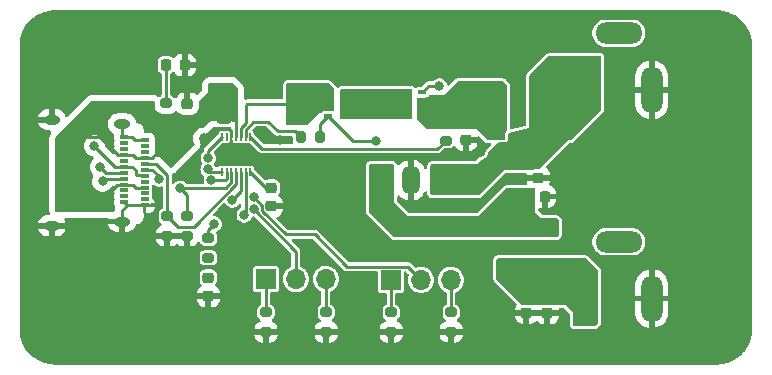
<source format=gbr>
%TF.GenerationSoftware,KiCad,Pcbnew,7.0.10-7.0.10~ubuntu20.04.1*%
%TF.CreationDate,2024-10-07T18:01:58+02:00*%
%TF.ProjectId,powerplay,706f7765-7270-46c6-9179-2e6b69636164,rev?*%
%TF.SameCoordinates,Original*%
%TF.FileFunction,Copper,L1,Top*%
%TF.FilePolarity,Positive*%
%FSLAX46Y46*%
G04 Gerber Fmt 4.6, Leading zero omitted, Abs format (unit mm)*
G04 Created by KiCad (PCBNEW 7.0.10-7.0.10~ubuntu20.04.1) date 2024-10-07 18:01:58*
%MOMM*%
%LPD*%
G01*
G04 APERTURE LIST*
G04 Aperture macros list*
%AMRoundRect*
0 Rectangle with rounded corners*
0 $1 Rounding radius*
0 $2 $3 $4 $5 $6 $7 $8 $9 X,Y pos of 4 corners*
0 Add a 4 corners polygon primitive as box body*
4,1,4,$2,$3,$4,$5,$6,$7,$8,$9,$2,$3,0*
0 Add four circle primitives for the rounded corners*
1,1,$1+$1,$2,$3*
1,1,$1+$1,$4,$5*
1,1,$1+$1,$6,$7*
1,1,$1+$1,$8,$9*
0 Add four rect primitives between the rounded corners*
20,1,$1+$1,$2,$3,$4,$5,0*
20,1,$1+$1,$4,$5,$6,$7,0*
20,1,$1+$1,$6,$7,$8,$9,0*
20,1,$1+$1,$8,$9,$2,$3,0*%
%AMFreePoly0*
4,1,17,1.395000,0.765000,0.855000,0.765000,0.855000,0.535000,1.395000,0.535000,1.395000,0.115000,0.855000,0.115000,0.855000,-0.115000,1.395000,-0.115000,1.395000,-0.535000,0.855000,-0.535000,0.855000,-0.765000,1.395000,-0.765000,1.395000,-1.185000,-0.855000,-1.185000,-0.855000,1.185000,1.395000,1.185000,1.395000,0.765000,1.395000,0.765000,$1*%
G04 Aperture macros list end*
%TA.AperFunction,SMDPad,CuDef*%
%ADD10RoundRect,0.200000X-0.275000X0.200000X-0.275000X-0.200000X0.275000X-0.200000X0.275000X0.200000X0*%
%TD*%
%TA.AperFunction,ComponentPad*%
%ADD11R,1.800000X4.400000*%
%TD*%
%TA.AperFunction,ComponentPad*%
%ADD12O,1.800000X4.000000*%
%TD*%
%TA.AperFunction,ComponentPad*%
%ADD13O,4.000000X1.800000*%
%TD*%
%TA.AperFunction,SMDPad,CuDef*%
%ADD14RoundRect,0.105000X0.245000X0.105000X-0.245000X0.105000X-0.245000X-0.105000X0.245000X-0.105000X0*%
%TD*%
%TA.AperFunction,SMDPad,CuDef*%
%ADD15FreePoly0,180.000000*%
%TD*%
%TA.AperFunction,SMDPad,CuDef*%
%ADD16RoundRect,0.218750X0.256250X-0.218750X0.256250X0.218750X-0.256250X0.218750X-0.256250X-0.218750X0*%
%TD*%
%TA.AperFunction,SMDPad,CuDef*%
%ADD17RoundRect,0.105000X-0.245000X-0.105000X0.245000X-0.105000X0.245000X0.105000X-0.245000X0.105000X0*%
%TD*%
%TA.AperFunction,SMDPad,CuDef*%
%ADD18FreePoly0,0.000000*%
%TD*%
%TA.AperFunction,SMDPad,CuDef*%
%ADD19R,0.250000X0.700000*%
%TD*%
%TA.AperFunction,SMDPad,CuDef*%
%ADD20R,2.350000X1.780000*%
%TD*%
%TA.AperFunction,SMDPad,CuDef*%
%ADD21R,4.700000X1.180000*%
%TD*%
%TA.AperFunction,SMDPad,CuDef*%
%ADD22RoundRect,0.225000X-0.250000X0.225000X-0.250000X-0.225000X0.250000X-0.225000X0.250000X0.225000X0*%
%TD*%
%TA.AperFunction,SMDPad,CuDef*%
%ADD23RoundRect,0.225000X0.250000X-0.225000X0.250000X0.225000X-0.250000X0.225000X-0.250000X-0.225000X0*%
%TD*%
%TA.AperFunction,ComponentPad*%
%ADD24R,1.500000X2.500000*%
%TD*%
%TA.AperFunction,ComponentPad*%
%ADD25O,1.500000X2.500000*%
%TD*%
%TA.AperFunction,SMDPad,CuDef*%
%ADD26RoundRect,0.200000X0.275000X-0.200000X0.275000X0.200000X-0.275000X0.200000X-0.275000X-0.200000X0*%
%TD*%
%TA.AperFunction,ComponentPad*%
%ADD27R,1.700000X1.700000*%
%TD*%
%TA.AperFunction,ComponentPad*%
%ADD28O,1.700000X1.700000*%
%TD*%
%TA.AperFunction,SMDPad,CuDef*%
%ADD29R,0.700000X0.300000*%
%TD*%
%TA.AperFunction,ComponentPad*%
%ADD30O,1.400000X0.800000*%
%TD*%
%TA.AperFunction,SMDPad,CuDef*%
%ADD31R,1.180000X4.700000*%
%TD*%
%TA.AperFunction,SMDPad,CuDef*%
%ADD32RoundRect,0.218750X0.218750X0.256250X-0.218750X0.256250X-0.218750X-0.256250X0.218750X-0.256250X0*%
%TD*%
%TA.AperFunction,SMDPad,CuDef*%
%ADD33RoundRect,0.225000X-0.225000X-0.250000X0.225000X-0.250000X0.225000X0.250000X-0.225000X0.250000X0*%
%TD*%
%TA.AperFunction,SMDPad,CuDef*%
%ADD34RoundRect,0.200000X-0.200000X-0.275000X0.200000X-0.275000X0.200000X0.275000X-0.200000X0.275000X0*%
%TD*%
%TA.AperFunction,SMDPad,CuDef*%
%ADD35RoundRect,0.250000X-0.362500X-1.425000X0.362500X-1.425000X0.362500X1.425000X-0.362500X1.425000X0*%
%TD*%
%TA.AperFunction,ViaPad*%
%ADD36C,0.800000*%
%TD*%
%TA.AperFunction,ViaPad*%
%ADD37C,6.000000*%
%TD*%
%TA.AperFunction,Conductor*%
%ADD38C,0.250000*%
%TD*%
G04 APERTURE END LIST*
D10*
%TO.P,R9,1*%
%TO.N,Net-(JP2-B)*%
X149931904Y-92584000D03*
%TO.P,R9,2*%
%TO.N,GND*%
X149931904Y-94234000D03*
%TD*%
D11*
%TO.P,J2,1*%
%TO.N,VCC*%
X171704000Y-73733010D03*
D12*
%TO.P,J2,2*%
%TO.N,GND*%
X177504000Y-73733010D03*
D13*
%TO.P,J2,3*%
%TO.N,N/C*%
X174704000Y-68933010D03*
%TD*%
D14*
%TO.P,Q1,1,S*%
%TO.N,Net-(C2-Pad1)*%
X158079467Y-75885000D03*
%TO.P,Q1,2,S*%
X158079467Y-75235000D03*
%TO.P,Q1,3,S*%
X158079467Y-74585000D03*
%TO.P,Q1,4,G*%
%TO.N,Net-(Q1-G)*%
X158079467Y-73935000D03*
D15*
%TO.P,Q1,5,D*%
%TO.N,Net-(Q1-D)*%
X156124467Y-74910000D03*
%TD*%
D10*
%TO.P,R5,1*%
%TO.N,Net-(U1-LED)*%
X139954000Y-86297000D03*
%TO.P,R5,2*%
%TO.N,Net-(D2-A)*%
X139954000Y-87947000D03*
%TD*%
D16*
%TO.P,D2,1,K*%
%TO.N,GND*%
X139954000Y-91211500D03*
%TO.P,D2,2,A*%
%TO.N,Net-(D2-A)*%
X139954000Y-89636500D03*
%TD*%
D10*
%TO.P,R8,1*%
%TO.N,Net-(JP1-A)*%
X155436907Y-92584000D03*
%TO.P,R8,2*%
%TO.N,GND*%
X155436907Y-94234000D03*
%TD*%
D17*
%TO.P,Q2,1,S*%
%TO.N,Net-(U1-VCC)*%
X150130573Y-74000000D03*
%TO.P,Q2,2,S*%
X150130573Y-74650000D03*
%TO.P,Q2,3,S*%
X150130573Y-75300000D03*
%TO.P,Q2,4,G*%
%TO.N,Net-(Q1-G)*%
X150130573Y-75950000D03*
D18*
%TO.P,Q2,5,D*%
%TO.N,Net-(Q1-D)*%
X152085573Y-74975000D03*
%TD*%
D19*
%TO.P,U1,1,VOUT*%
%TO.N,Net-(U1-VOUT)*%
X143510000Y-77724000D03*
%TO.P,U1,2,PWR_EN*%
%TO.N,Net-(U1-PWR_EN)*%
X143110000Y-77724000D03*
%TO.P,U1,3,VCC*%
%TO.N,Net-(U1-VCC)*%
X142710000Y-77724000D03*
%TO.P,U1,4,ISENP*%
%TO.N,Net-(U1-ISENP)*%
X142310000Y-77724000D03*
%TO.P,U1,5,GND*%
%TO.N,GND*%
X141910000Y-77724000D03*
%TO.P,U1,6,FLIP*%
%TO.N,unconnected-(U1-FLIP-Pad6)*%
X141510000Y-77724000D03*
%TO.P,U1,7,LED*%
%TO.N,Net-(U1-LED)*%
X141110000Y-77724000D03*
%TO.P,U1,8,VSEL*%
%TO.N,Net-(JP1-C)*%
X141110000Y-80674000D03*
%TO.P,U1,9,ISEL*%
%TO.N,Net-(JP2-C)*%
X141510000Y-80674000D03*
%TO.P,U1,10,CC2*%
%TO.N,Net-(J1-CC2)*%
X141910000Y-80674000D03*
%TO.P,U1,11,CC1*%
%TO.N,Net-(J1-CC1)*%
X142310000Y-80674000D03*
%TO.P,U1,12,DN*%
%TO.N,Net-(U1-DN)*%
X142710000Y-80674000D03*
%TO.P,U1,13,DP*%
%TO.N,Net-(U1-DP)*%
X143110000Y-80674000D03*
%TO.P,U1,14,V5V*%
%TO.N,Net-(U1-V5V)*%
X143510000Y-80674000D03*
D20*
%TO.P,U1,15,GND*%
%TO.N,GND*%
X142310000Y-79199000D03*
%TD*%
D21*
%TO.P,L2,1,1*%
%TO.N,Net-(U2-Vout)*%
X166878000Y-85467000D03*
%TO.P,L2,2,2*%
%TO.N,+12V*%
X166878000Y-88777000D03*
%TD*%
D22*
%TO.P,C3,1*%
%TO.N,Net-(U1-V5V)*%
X145288000Y-82029000D03*
%TO.P,C3,2*%
%TO.N,GND*%
X145288000Y-83579000D03*
%TD*%
D23*
%TO.P,C6,1*%
%TO.N,GND*%
X166878000Y-92627517D03*
%TO.P,C6,2*%
%TO.N,+12V*%
X166878000Y-91077517D03*
%TD*%
D24*
%TO.P,U2,1,Vin*%
%TO.N,VCC*%
X159658500Y-81375500D03*
D25*
%TO.P,U2,2,GND*%
%TO.N,GND*%
X157118500Y-81375500D03*
%TO.P,U2,3,Vout*%
%TO.N,Net-(U2-Vout)*%
X154578500Y-81375500D03*
%TD*%
D11*
%TO.P,J3,1*%
%TO.N,+12V*%
X171704000Y-91405000D03*
D12*
%TO.P,J3,2*%
%TO.N,GND*%
X177504000Y-91405000D03*
D13*
%TO.P,J3,3*%
%TO.N,N/C*%
X174704000Y-86605000D03*
%TD*%
D26*
%TO.P,R6,1*%
%TO.N,GND*%
X136486305Y-86097467D03*
%TO.P,R6,2*%
%TO.N,Net-(J1-CC1)*%
X136486305Y-84447467D03*
%TD*%
%TO.P,R1,1*%
%TO.N,Net-(U1-ISENP)*%
X136398000Y-76517000D03*
%TO.P,R1,2*%
%TO.N,Net-(D1-A)*%
X136398000Y-74867000D03*
%TD*%
D27*
%TO.P,JP2,1,A*%
%TO.N,Net-(JP2-A)*%
X144831305Y-89755714D03*
D28*
%TO.P,JP2,2,C*%
%TO.N,Net-(JP2-C)*%
X147371305Y-89755714D03*
%TO.P,JP2,3,B*%
%TO.N,Net-(JP2-B)*%
X149911305Y-89755714D03*
%TD*%
D26*
%TO.P,R10,1*%
%TO.N,GND*%
X144840810Y-94234000D03*
%TO.P,R10,2*%
%TO.N,Net-(JP2-A)*%
X144840810Y-92584000D03*
%TD*%
%TO.P,R7,1*%
%TO.N,GND*%
X138146282Y-86101023D03*
%TO.P,R7,2*%
%TO.N,Net-(J1-CC2)*%
X138146282Y-84451023D03*
%TD*%
%TO.P,R11,1*%
%TO.N,GND*%
X160528000Y-94234000D03*
%TO.P,R11,2*%
%TO.N,Net-(JP1-B)*%
X160528000Y-92584000D03*
%TD*%
D27*
%TO.P,JP1,1,A*%
%TO.N,Net-(JP1-A)*%
X155418012Y-89830269D03*
D28*
%TO.P,JP1,2,C*%
%TO.N,Net-(JP1-C)*%
X157958012Y-89830269D03*
%TO.P,JP1,3,B*%
%TO.N,Net-(JP1-B)*%
X160498012Y-89830269D03*
%TD*%
D22*
%TO.P,C7,1*%
%TO.N,+12V*%
X168656000Y-91089277D03*
%TO.P,C7,2*%
%TO.N,GND*%
X168656000Y-92639277D03*
%TD*%
D23*
%TO.P,C4,1*%
%TO.N,GND*%
X167894000Y-81166000D03*
%TO.P,C4,2*%
%TO.N,VCC*%
X167894000Y-79616000D03*
%TD*%
D29*
%TO.P,J1,A1,GND*%
%TO.N,GND*%
X134559512Y-78007757D03*
%TO.P,J1,A2,TX1+*%
%TO.N,unconnected-(J1-TX1+-PadA2)*%
X134559512Y-78507757D03*
%TO.P,J1,A3,TX1-*%
%TO.N,unconnected-(J1-TX1--PadA3)*%
X134559512Y-79007757D03*
%TO.P,J1,A4,VBUS*%
%TO.N,Net-(U1-ISENP)*%
X134559512Y-79507757D03*
%TO.P,J1,A5,CC1*%
%TO.N,Net-(J1-CC1)*%
X134559512Y-80007757D03*
%TO.P,J1,A6,D+*%
%TO.N,Net-(U1-DP)*%
X134559512Y-80507757D03*
%TO.P,J1,A7,D-*%
%TO.N,Net-(U1-DN)*%
X134559512Y-81007757D03*
%TO.P,J1,A8,SBU1*%
%TO.N,unconnected-(J1-SBU1-PadA8)*%
X134559512Y-81507757D03*
%TO.P,J1,A9,VBUS*%
%TO.N,Net-(U1-ISENP)*%
X134559512Y-82007757D03*
%TO.P,J1,A10,RX2-*%
%TO.N,unconnected-(J1-RX2--PadA10)*%
X134559512Y-82507757D03*
%TO.P,J1,A11,RX2+*%
%TO.N,unconnected-(J1-RX2+-PadA11)*%
X134559512Y-83007757D03*
%TO.P,J1,A12,GND*%
%TO.N,GND*%
X134559512Y-83507757D03*
%TO.P,J1,B1,GND*%
X132859512Y-83257757D03*
%TO.P,J1,B2,TX2+*%
%TO.N,unconnected-(J1-TX2+-PadB2)*%
X132859512Y-82757757D03*
%TO.P,J1,B3,TX2-*%
%TO.N,unconnected-(J1-TX2--PadB3)*%
X132859512Y-82257757D03*
%TO.P,J1,B4,VBUS*%
%TO.N,Net-(U1-ISENP)*%
X132859512Y-81757757D03*
%TO.P,J1,B5,CC2*%
%TO.N,Net-(J1-CC2)*%
X132859512Y-81257757D03*
%TO.P,J1,B6,D+*%
%TO.N,Net-(U1-DP)*%
X132859512Y-80757757D03*
%TO.P,J1,B7,D-*%
%TO.N,Net-(U1-DN)*%
X132859512Y-80257757D03*
%TO.P,J1,B8,SBU2*%
%TO.N,unconnected-(J1-SBU2-PadB8)*%
X132859512Y-79757757D03*
%TO.P,J1,B9,VBUS*%
%TO.N,Net-(U1-ISENP)*%
X132859512Y-79257757D03*
%TO.P,J1,B10,RX1-*%
%TO.N,unconnected-(J1-RX1--PadB10)*%
X132859512Y-78757757D03*
%TO.P,J1,B11,RX1+*%
%TO.N,unconnected-(J1-RX1+-PadB11)*%
X132859512Y-78257757D03*
%TO.P,J1,B12,GND*%
%TO.N,GND*%
X132859512Y-77757757D03*
D30*
%TO.P,J1,S1,SHIELD*%
X126699512Y-76267757D03*
X132649512Y-76627757D03*
X132649512Y-84887757D03*
X126699512Y-85247757D03*
%TD*%
D10*
%TO.P,R4,1*%
%TO.N,Net-(C2-Pad1)*%
X160039746Y-76378000D03*
%TO.P,R4,2*%
%TO.N,Net-(U1-VOUT)*%
X160039746Y-78028000D03*
%TD*%
D31*
%TO.P,L1,1,1*%
%TO.N,Net-(C2-Pad1)*%
X164460795Y-75580021D03*
%TO.P,L1,2,2*%
%TO.N,VCC*%
X167770795Y-75580021D03*
%TD*%
D32*
%TO.P,D1,1,K*%
%TO.N,GND*%
X137947500Y-71628000D03*
%TO.P,D1,2,A*%
%TO.N,Net-(D1-A)*%
X136372500Y-71628000D03*
%TD*%
D33*
%TO.P,C5,1*%
%TO.N,Net-(U2-Vout)*%
X166889760Y-82769013D03*
%TO.P,C5,2*%
%TO.N,GND*%
X168439760Y-82769013D03*
%TD*%
D34*
%TO.P,R3,1*%
%TO.N,Net-(U1-PWR_EN)*%
X147765000Y-77724000D03*
%TO.P,R3,2*%
%TO.N,Net-(Q1-G)*%
X149415000Y-77724000D03*
%TD*%
D23*
%TO.P,C1,1*%
%TO.N,Net-(U1-ISENP)*%
X138176000Y-76467000D03*
%TO.P,C1,2*%
%TO.N,GND*%
X138176000Y-74917000D03*
%TD*%
D35*
%TO.P,R2,1*%
%TO.N,Net-(U1-ISENP)*%
X141309500Y-74930000D03*
%TO.P,R2,2*%
%TO.N,Net-(U1-VCC)*%
X147234500Y-74930000D03*
%TD*%
D22*
%TO.P,C2,1*%
%TO.N,Net-(C2-Pad1)*%
X161762091Y-76428000D03*
%TO.P,C2,2*%
%TO.N,GND*%
X161762091Y-77978000D03*
%TD*%
D36*
%TO.N,GND*%
X150000000Y-81000000D03*
X139573000Y-77851000D03*
X145000000Y-87000000D03*
X152000000Y-73000000D03*
X145000000Y-74000000D03*
X156000000Y-73000000D03*
D37*
X127000000Y-70000000D03*
D36*
X144000000Y-74000000D03*
X154000000Y-73000000D03*
X139000000Y-80000000D03*
X163000000Y-79000000D03*
X150000000Y-80000000D03*
D37*
X180000000Y-82500000D03*
D36*
X148000000Y-80000000D03*
D37*
X127000000Y-94000000D03*
D36*
X147000000Y-80000000D03*
X164000000Y-72000000D03*
X163000000Y-88000000D03*
X155000000Y-73000000D03*
X154000000Y-87000000D03*
X165000000Y-72000000D03*
X163000000Y-89000000D03*
X146000000Y-78000000D03*
X141000000Y-72000000D03*
X153000000Y-73000000D03*
X146000000Y-80000000D03*
%TO.N,Net-(U1-DP)*%
X130810000Y-80264000D03*
X143002000Y-84328000D03*
X135761306Y-81283217D03*
%TO.N,Net-(U1-DN)*%
X141986000Y-83058000D03*
X130302000Y-78486000D03*
%TO.N,Net-(J1-CC2)*%
X137577395Y-82068301D03*
X131020227Y-81469472D03*
%TO.N,Net-(JP1-C)*%
X143851000Y-82852996D03*
X139943245Y-80480936D03*
%TO.N,Net-(JP2-C)*%
X140208000Y-81393301D03*
X143792449Y-83801034D03*
%TO.N,Net-(Q1-G)*%
X154178000Y-78065000D03*
X159512000Y-73406000D03*
%TO.N,Net-(U1-LED)*%
X140462000Y-85090000D03*
X139954000Y-79502000D03*
%TD*%
D38*
%TO.N,Net-(U1-ISENP)*%
X142310000Y-77724000D02*
X142310000Y-75930500D01*
X133809512Y-82007757D02*
X134559512Y-82007757D01*
X130810000Y-77724000D02*
X128778000Y-77724000D01*
X133559512Y-81757757D02*
X133809512Y-82007757D01*
X132259512Y-81757757D02*
X132859512Y-81757757D01*
X134559512Y-79507757D02*
X135159512Y-79507757D01*
X132859512Y-79257757D02*
X132343757Y-79257757D01*
X130451269Y-83566000D02*
X132259512Y-81757757D01*
X134139758Y-79507757D02*
X133859512Y-79507757D01*
X127508000Y-82296000D02*
X128778000Y-83566000D01*
X128778000Y-77724000D02*
X127508000Y-78994000D01*
X136398000Y-78269269D02*
X136398000Y-76517000D01*
X135159512Y-79507757D02*
X136398000Y-78269269D01*
X133609512Y-79257757D02*
X132859512Y-79257757D01*
X142310000Y-75930500D02*
X141309500Y-74930000D01*
X132859512Y-81757757D02*
X133559512Y-81757757D01*
X127508000Y-78994000D02*
X127508000Y-82296000D01*
X128778000Y-83566000D02*
X130451269Y-83566000D01*
X132343757Y-79257757D02*
X130810000Y-77724000D01*
X133859512Y-79507757D02*
X133609512Y-79257757D01*
X134559512Y-79507757D02*
X134139758Y-79507757D01*
%TO.N,GND*%
X133509563Y-77757757D02*
X133759563Y-78007757D01*
X141711000Y-77000000D02*
X140424000Y-77000000D01*
X133759563Y-78007757D02*
X134559512Y-78007757D01*
X132859512Y-83257757D02*
X133109512Y-83507757D01*
X132649512Y-77547757D02*
X132859512Y-77757757D01*
X133109512Y-83507757D02*
X134559512Y-83507757D01*
X133109512Y-83507757D02*
X132649512Y-83967757D01*
X132859512Y-77757757D02*
X133509563Y-77757757D01*
X141910000Y-77724000D02*
X141910000Y-77199000D01*
X132649512Y-76627757D02*
X132649512Y-77547757D01*
X132649512Y-83967757D02*
X132649512Y-84887757D01*
X140424000Y-77000000D02*
X139573000Y-77851000D01*
X141910000Y-77199000D02*
X141711000Y-77000000D01*
%TO.N,Net-(U1-V5V)*%
X145288000Y-82029000D02*
X144865000Y-82029000D01*
X144865000Y-82029000D02*
X143510000Y-80674000D01*
%TO.N,Net-(D1-A)*%
X136372500Y-74841500D02*
X136398000Y-74867000D01*
X136372500Y-71628000D02*
X136372500Y-74841500D01*
%TO.N,Net-(J1-CC1)*%
X142310000Y-81739597D02*
X138705597Y-85344000D01*
X134559512Y-80007757D02*
X135511151Y-80007757D01*
X136486306Y-80982912D02*
X136486305Y-84447467D01*
X142310000Y-80674000D02*
X142310000Y-81739597D01*
X138705597Y-85344000D02*
X137382838Y-85344000D01*
X135511151Y-80007757D02*
X136486306Y-80982912D01*
X137382838Y-85344000D02*
X136486305Y-84447467D01*
%TO.N,Net-(U1-DP)*%
X143110000Y-84220000D02*
X143110000Y-80674000D01*
X134559512Y-80507757D02*
X135209512Y-80507757D01*
X132859512Y-80757757D02*
X131303757Y-80757757D01*
X135209512Y-80507757D02*
X135761306Y-81059551D01*
X143002000Y-84328000D02*
X143110000Y-84220000D01*
X131303757Y-80757757D02*
X130810000Y-80264000D01*
X135761306Y-81059551D02*
X135761306Y-81283217D01*
%TO.N,Net-(U1-DN)*%
X132859512Y-80257757D02*
X132073757Y-80257757D01*
X133509512Y-80257757D02*
X132859512Y-80257757D01*
X142710000Y-80674000D02*
X142710000Y-82334000D01*
X134559272Y-80982757D02*
X133798800Y-80982757D01*
X133798800Y-80982757D02*
X133798800Y-80547045D01*
X134559512Y-80982997D02*
X134559272Y-80982757D01*
X133798800Y-80547045D02*
X133509512Y-80257757D01*
X132073757Y-80257757D02*
X130302000Y-78486000D01*
X134559512Y-81007757D02*
X134559512Y-80982997D01*
X142710000Y-82334000D02*
X141986000Y-83058000D01*
%TO.N,Net-(J1-CC2)*%
X131231942Y-81257757D02*
X132859512Y-81257757D01*
X141415610Y-82068301D02*
X141910000Y-81573911D01*
X138131349Y-84447467D02*
X138131349Y-82622255D01*
X138131349Y-82622255D02*
X137577395Y-82068301D01*
X137577395Y-82068301D02*
X141415610Y-82068301D01*
X141910000Y-81573911D02*
X141910000Y-80674000D01*
X131020227Y-81469472D02*
X131231942Y-81257757D01*
%TO.N,Net-(JP1-A)*%
X155418012Y-89830269D02*
X155418012Y-92819105D01*
X155418012Y-92565105D02*
X155436907Y-92584000D01*
%TO.N,Net-(JP1-C)*%
X140136309Y-80674000D02*
X139943245Y-80480936D01*
X144538000Y-84017342D02*
X144538000Y-83539996D01*
X141110000Y-80674000D02*
X140136309Y-80674000D01*
X156833012Y-88705269D02*
X151697269Y-88705269D01*
X146499658Y-85979000D02*
X144538000Y-84017342D01*
X157958012Y-89830269D02*
X156833012Y-88705269D01*
X144538000Y-83539996D02*
X143851000Y-82852996D01*
X151697269Y-88705269D02*
X148971000Y-85979000D01*
X148971000Y-85979000D02*
X146499658Y-85979000D01*
%TO.N,Net-(JP1-B)*%
X160498012Y-92554012D02*
X160528000Y-92584000D01*
X160498012Y-89830269D02*
X160498012Y-92808012D01*
%TO.N,Net-(JP2-A)*%
X144831305Y-92574495D02*
X144840810Y-92584000D01*
X144831305Y-89755714D02*
X144831305Y-92828495D01*
%TO.N,Net-(JP2-C)*%
X143792449Y-83801034D02*
X143900882Y-83801034D01*
X141390699Y-81393301D02*
X140208000Y-81393301D01*
X141510000Y-81274000D02*
X141390699Y-81393301D01*
X141510000Y-80674000D02*
X141510000Y-81274000D01*
X147371305Y-87427305D02*
X143792449Y-83848449D01*
X147371305Y-89755714D02*
X147371305Y-87427305D01*
X143792449Y-83848449D02*
X143792449Y-83801034D01*
%TO.N,Net-(JP2-B)*%
X149911305Y-92563401D02*
X149931904Y-92584000D01*
X149911305Y-89755714D02*
X149911305Y-92817401D01*
%TO.N,Net-(Q1-G)*%
X159512000Y-73406000D02*
X158608467Y-73406000D01*
X152245573Y-78065000D02*
X154178000Y-78065000D01*
X158608467Y-73406000D02*
X158079467Y-73935000D01*
X150130573Y-75950000D02*
X152245573Y-78065000D01*
X149415000Y-77724000D02*
X149415000Y-76665573D01*
X149415000Y-76665573D02*
X150130573Y-75950000D01*
%TO.N,Net-(U1-VCC)*%
X143129000Y-76539314D02*
X143129000Y-75057000D01*
X142710000Y-77724000D02*
X142710000Y-76958314D01*
X142710000Y-76958314D02*
X143129000Y-76539314D01*
X143129000Y-75057000D02*
X143256000Y-74930000D01*
X143256000Y-74930000D02*
X147234500Y-74930000D01*
%TO.N,Net-(U1-PWR_EN)*%
X147289999Y-77248999D02*
X145828999Y-77248999D01*
X143780000Y-76454000D02*
X143110000Y-77124000D01*
X145034000Y-76454000D02*
X143780000Y-76454000D01*
X145828999Y-77248999D02*
X145034000Y-76454000D01*
X143110000Y-77124000D02*
X143110000Y-77724000D01*
X147765000Y-77724000D02*
X147289999Y-77248999D01*
%TO.N,Net-(U1-VOUT)*%
X144526000Y-78740000D02*
X143510000Y-77724000D01*
X160039746Y-78028000D02*
X159986724Y-77974978D01*
X160039746Y-78028000D02*
X159327746Y-78740000D01*
X159327746Y-78740000D02*
X144526000Y-78740000D01*
%TO.N,Net-(U1-LED)*%
X139954000Y-78880000D02*
X141110000Y-77724000D01*
X139954000Y-85598000D02*
X140462000Y-85090000D01*
X139954000Y-86297000D02*
X139954000Y-85598000D01*
X139954000Y-79502000D02*
X139954000Y-78880000D01*
%TD*%
%TA.AperFunction,Conductor*%
%TO.N,+12V*%
G36*
X171973677Y-88030685D02*
G01*
X171994319Y-88047319D01*
X172937681Y-88990681D01*
X172971166Y-89052004D01*
X172974000Y-89078362D01*
X172974000Y-93420638D01*
X172954315Y-93487677D01*
X172937681Y-93508319D01*
X172756319Y-93689681D01*
X172694996Y-93723166D01*
X172668638Y-93726000D01*
X170939000Y-93726000D01*
X170871961Y-93706315D01*
X170826206Y-93653511D01*
X170815000Y-93602000D01*
X170815000Y-92583000D01*
X170180000Y-91948000D01*
X169035831Y-91948000D01*
X169015827Y-91945668D01*
X169015825Y-91945694D01*
X168951493Y-91938777D01*
X168360518Y-91938777D01*
X168360509Y-91938778D01*
X168296172Y-91945694D01*
X168296169Y-91945668D01*
X168276166Y-91948000D01*
X167292420Y-91948000D01*
X167249089Y-91940182D01*
X167230114Y-91933105D01*
X167230112Y-91933104D01*
X167230110Y-91933104D01*
X167173493Y-91927017D01*
X166582518Y-91927017D01*
X166582509Y-91927018D01*
X166545338Y-91931014D01*
X166476579Y-91918607D01*
X166444405Y-91895405D01*
X164374319Y-89825319D01*
X164340834Y-89763996D01*
X164338000Y-89737638D01*
X164338000Y-88135000D01*
X164357685Y-88067961D01*
X164410489Y-88022206D01*
X164462000Y-88011000D01*
X171906638Y-88011000D01*
X171973677Y-88030685D01*
G37*
%TD.AperFunction*%
%TD*%
%TA.AperFunction,Conductor*%
%TO.N,Net-(Q1-D)*%
G36*
X157169039Y-73679685D02*
G01*
X157214794Y-73732489D01*
X157226000Y-73784000D01*
X157226000Y-76076000D01*
X157206315Y-76143039D01*
X157153511Y-76188794D01*
X157102000Y-76200000D01*
X151254000Y-76200000D01*
X151186961Y-76180315D01*
X151141206Y-76127511D01*
X151130000Y-76076000D01*
X151130000Y-73784000D01*
X151149685Y-73716961D01*
X151202489Y-73671206D01*
X151254000Y-73660000D01*
X157102000Y-73660000D01*
X157169039Y-73679685D01*
G37*
%TD.AperFunction*%
%TD*%
%TA.AperFunction,Conductor*%
%TO.N,Net-(U1-ISENP)*%
G36*
X142001677Y-73171685D02*
G01*
X142022319Y-73188319D01*
X142457681Y-73623681D01*
X142491166Y-73685004D01*
X142494000Y-73711362D01*
X142494000Y-76148637D01*
X142474315Y-76215676D01*
X142457681Y-76236318D01*
X142226446Y-76467552D01*
X142165123Y-76501037D01*
X142095431Y-76496053D01*
X142079032Y-76488536D01*
X142074668Y-76486137D01*
X142064024Y-76480285D01*
X142047763Y-76469604D01*
X142031932Y-76457324D01*
X141991849Y-76439978D01*
X141981363Y-76434841D01*
X141943094Y-76413803D01*
X141943092Y-76413802D01*
X141923693Y-76408822D01*
X141905281Y-76402518D01*
X141886898Y-76394562D01*
X141886892Y-76394560D01*
X141843760Y-76387729D01*
X141832322Y-76385361D01*
X141790020Y-76374500D01*
X141790019Y-76374500D01*
X141769984Y-76374500D01*
X141750586Y-76372973D01*
X141743162Y-76371797D01*
X141730805Y-76369840D01*
X141730804Y-76369840D01*
X141687325Y-76373950D01*
X141675656Y-76374500D01*
X140506743Y-76374500D01*
X140491122Y-76372775D01*
X140491095Y-76373061D01*
X140483333Y-76372326D01*
X140416113Y-76374439D01*
X140412219Y-76374500D01*
X140384650Y-76374500D01*
X140380673Y-76375002D01*
X140369042Y-76375917D01*
X140325374Y-76377289D01*
X140325368Y-76377290D01*
X140306126Y-76382880D01*
X140287087Y-76386823D01*
X140267217Y-76389334D01*
X140267203Y-76389337D01*
X140226598Y-76405413D01*
X140215554Y-76409194D01*
X140173614Y-76421379D01*
X140173610Y-76421381D01*
X140156366Y-76431579D01*
X140138905Y-76440133D01*
X140120274Y-76447510D01*
X140120262Y-76447517D01*
X140084933Y-76473185D01*
X140075173Y-76479596D01*
X140037580Y-76501829D01*
X140023414Y-76515995D01*
X140008624Y-76528627D01*
X139992414Y-76540404D01*
X139992411Y-76540407D01*
X139964573Y-76574058D01*
X139956711Y-76582697D01*
X139625227Y-76914182D01*
X139563906Y-76947666D01*
X139537548Y-76950500D01*
X139478354Y-76950500D01*
X139445897Y-76957398D01*
X139293197Y-76989855D01*
X139293192Y-76989857D01*
X139120270Y-77066848D01*
X139120265Y-77066851D01*
X138967129Y-77178111D01*
X138840466Y-77318785D01*
X138745821Y-77482715D01*
X138745818Y-77482722D01*
X138699636Y-77624857D01*
X138687326Y-77662744D01*
X138667540Y-77851000D01*
X138687326Y-78039256D01*
X138687327Y-78039259D01*
X138745820Y-78219283D01*
X138773243Y-78266782D01*
X138789714Y-78334682D01*
X138766862Y-78400709D01*
X138753536Y-78416462D01*
X136866673Y-80303326D01*
X136805350Y-80336811D01*
X136735658Y-80331827D01*
X136691311Y-80303326D01*
X136011954Y-79623969D01*
X136002131Y-79611707D01*
X136001910Y-79611891D01*
X135996937Y-79605879D01*
X135947927Y-79559856D01*
X135945128Y-79557143D01*
X135925628Y-79537642D01*
X135925622Y-79537637D01*
X135922437Y-79535166D01*
X135913585Y-79527605D01*
X135881733Y-79497695D01*
X135881731Y-79497693D01*
X135881728Y-79497692D01*
X135864180Y-79488045D01*
X135847914Y-79477361D01*
X135832083Y-79465081D01*
X135792000Y-79447735D01*
X135781514Y-79442598D01*
X135743245Y-79421560D01*
X135743243Y-79421559D01*
X135723844Y-79416579D01*
X135705432Y-79410275D01*
X135687049Y-79402319D01*
X135687043Y-79402317D01*
X135643911Y-79395486D01*
X135632473Y-79393118D01*
X135590171Y-79382257D01*
X135590170Y-79382257D01*
X135570135Y-79382257D01*
X135550737Y-79380730D01*
X135549017Y-79380457D01*
X135530955Y-79377596D01*
X135525682Y-79377431D01*
X135459294Y-79355648D01*
X135415222Y-79301432D01*
X135406291Y-79240236D01*
X135410011Y-79205637D01*
X135410012Y-79205630D01*
X135410011Y-78809885D01*
X135410010Y-78809868D01*
X135405832Y-78771010D01*
X135405832Y-78744504D01*
X135410012Y-78705630D01*
X135410011Y-78309885D01*
X135410010Y-78309868D01*
X135405832Y-78271010D01*
X135405832Y-78244504D01*
X135410012Y-78205630D01*
X135410011Y-77809885D01*
X135403603Y-77750274D01*
X135387956Y-77708323D01*
X135353309Y-77615428D01*
X135353305Y-77615421D01*
X135267059Y-77500212D01*
X135267056Y-77500209D01*
X135151847Y-77413963D01*
X135151840Y-77413959D01*
X135016994Y-77363665D01*
X135016995Y-77363665D01*
X134957395Y-77357258D01*
X134957393Y-77357257D01*
X134957385Y-77357257D01*
X134957377Y-77357257D01*
X134595108Y-77357257D01*
X134528069Y-77337572D01*
X134482314Y-77284768D01*
X134472169Y-77217071D01*
X134479978Y-77157756D01*
X134460199Y-77007522D01*
X134460199Y-77007521D01*
X134402210Y-76867524D01*
X134309963Y-76747306D01*
X134189745Y-76655059D01*
X134189741Y-76655057D01*
X134049748Y-76597070D01*
X133945130Y-76583296D01*
X133881234Y-76555029D01*
X133842764Y-76496704D01*
X133840027Y-76486137D01*
X133838784Y-76480290D01*
X133810656Y-76347954D01*
X133733663Y-76175027D01*
X133733660Y-76175022D01*
X133622400Y-76021886D01*
X133584715Y-75987954D01*
X133481728Y-75895224D01*
X133317796Y-75800578D01*
X133317789Y-75800575D01*
X133137771Y-75742084D01*
X133137768Y-75742083D01*
X132996704Y-75727257D01*
X132302320Y-75727257D01*
X132161256Y-75742083D01*
X132161253Y-75742083D01*
X132161252Y-75742084D01*
X131981234Y-75800575D01*
X131981227Y-75800578D01*
X131817297Y-75895223D01*
X131676623Y-76021886D01*
X131565363Y-76175022D01*
X131565360Y-76175027D01*
X131488369Y-76347949D01*
X131488367Y-76347954D01*
X131449012Y-76533111D01*
X131449012Y-76722402D01*
X131488367Y-76907559D01*
X131488369Y-76907564D01*
X131565360Y-77080486D01*
X131565363Y-77080491D01*
X131676623Y-77233627D01*
X131676624Y-77233628D01*
X131817296Y-77360290D01*
X131910254Y-77413959D01*
X131948092Y-77435805D01*
X131996307Y-77486372D01*
X132009531Y-77554979D01*
X132009391Y-77556355D01*
X132009012Y-77559884D01*
X132009012Y-77559888D01*
X132009012Y-77955626D01*
X132009013Y-77955635D01*
X132013191Y-77994502D01*
X132013191Y-78021007D01*
X132009012Y-78059879D01*
X132009012Y-78455626D01*
X132009013Y-78455635D01*
X132013191Y-78494502D01*
X132013191Y-78521007D01*
X132009012Y-78559879D01*
X132009012Y-78955627D01*
X132009013Y-78955636D01*
X132013937Y-79001443D01*
X132001529Y-79070202D01*
X131953918Y-79121338D01*
X131886218Y-79138616D01*
X131819924Y-79116549D01*
X131802966Y-79102376D01*
X131555800Y-78855210D01*
X131240960Y-78540369D01*
X131207475Y-78479046D01*
X131205323Y-78465668D01*
X131187674Y-78297744D01*
X131129179Y-78117716D01*
X131034533Y-77953784D01*
X130907871Y-77813112D01*
X130903431Y-77809886D01*
X130754734Y-77701851D01*
X130754729Y-77701848D01*
X130581807Y-77624857D01*
X130581802Y-77624855D01*
X130436001Y-77593865D01*
X130396646Y-77585500D01*
X130207354Y-77585500D01*
X130174897Y-77592398D01*
X130022197Y-77624855D01*
X130022192Y-77624857D01*
X129849270Y-77701848D01*
X129849265Y-77701851D01*
X129696129Y-77813111D01*
X129569466Y-77953785D01*
X129474821Y-78117715D01*
X129474818Y-78117722D01*
X129426386Y-78266782D01*
X129416326Y-78297744D01*
X129396540Y-78486000D01*
X129416326Y-78674256D01*
X129416327Y-78674259D01*
X129474818Y-78854277D01*
X129474821Y-78854284D01*
X129569467Y-79018216D01*
X129651508Y-79109331D01*
X129696129Y-79158888D01*
X129849265Y-79270148D01*
X129849270Y-79270151D01*
X130022191Y-79347142D01*
X130022193Y-79347142D01*
X130022197Y-79347144D01*
X130150547Y-79374425D01*
X130212025Y-79407616D01*
X130245802Y-79468778D01*
X130241150Y-79538493D01*
X130207742Y-79587858D01*
X130204130Y-79591109D01*
X130077466Y-79731785D01*
X129982821Y-79895715D01*
X129982818Y-79895722D01*
X129933178Y-80048500D01*
X129924326Y-80075744D01*
X129904540Y-80264000D01*
X129924326Y-80452256D01*
X129924327Y-80452259D01*
X129982818Y-80632277D01*
X129982821Y-80632284D01*
X130077467Y-80796216D01*
X130171365Y-80900500D01*
X130194892Y-80926629D01*
X130225122Y-80989620D01*
X130216497Y-81058955D01*
X130210130Y-81071600D01*
X130193047Y-81101188D01*
X130158616Y-81207157D01*
X130134553Y-81281216D01*
X130114767Y-81469472D01*
X130134553Y-81657728D01*
X130134554Y-81657731D01*
X130193045Y-81837749D01*
X130193048Y-81837756D01*
X130287694Y-82001688D01*
X130414356Y-82142360D01*
X130567492Y-82253620D01*
X130567497Y-82253623D01*
X130740419Y-82330614D01*
X130740424Y-82330616D01*
X130925581Y-82369972D01*
X130925582Y-82369972D01*
X131114871Y-82369972D01*
X131114873Y-82369972D01*
X131300030Y-82330616D01*
X131472957Y-82253623D01*
X131626098Y-82142360D01*
X131752760Y-82001688D01*
X131781935Y-81951154D01*
X131832499Y-81902941D01*
X131901106Y-81889717D01*
X131965971Y-81915684D01*
X132006501Y-81972598D01*
X132012611Y-82026409D01*
X132009012Y-82059887D01*
X132009012Y-82455626D01*
X132009013Y-82455635D01*
X132013191Y-82494502D01*
X132013191Y-82521007D01*
X132009012Y-82559879D01*
X132009012Y-82955626D01*
X132009013Y-82955635D01*
X132013191Y-82994502D01*
X132013191Y-83021007D01*
X132009012Y-83059879D01*
X132009012Y-83455627D01*
X132009013Y-83455633D01*
X132015420Y-83515240D01*
X132064329Y-83646370D01*
X132069313Y-83716062D01*
X132063441Y-83735345D01*
X132063317Y-83735658D01*
X132058334Y-83755064D01*
X132052033Y-83773467D01*
X132044074Y-83791859D01*
X132044073Y-83791862D01*
X132037240Y-83835000D01*
X132034872Y-83846431D01*
X132024013Y-83888728D01*
X132024012Y-83888739D01*
X132024012Y-83908773D01*
X132022485Y-83928172D01*
X132019351Y-83947951D01*
X132019165Y-83953897D01*
X131997383Y-84020285D01*
X131943167Y-84064358D01*
X131895226Y-84074000D01*
X127124000Y-84074000D01*
X127056961Y-84054315D01*
X127011206Y-84001511D01*
X127000000Y-83950000D01*
X127000000Y-77775362D01*
X127019685Y-77708323D01*
X127036319Y-77687681D01*
X130011681Y-74712319D01*
X130073004Y-74678834D01*
X130099362Y-74676000D01*
X135298500Y-74676000D01*
X135365539Y-74695685D01*
X135411294Y-74748489D01*
X135422500Y-74800000D01*
X135422500Y-75123613D01*
X135428913Y-75194192D01*
X135428913Y-75194194D01*
X135428914Y-75194196D01*
X135479522Y-75356606D01*
X135536400Y-75450694D01*
X135567530Y-75502188D01*
X135687811Y-75622469D01*
X135687813Y-75622470D01*
X135687815Y-75622472D01*
X135833394Y-75710478D01*
X135995804Y-75761086D01*
X136066384Y-75767500D01*
X136066387Y-75767500D01*
X136729613Y-75767500D01*
X136729616Y-75767500D01*
X136800196Y-75761086D01*
X136962606Y-75710478D01*
X137108185Y-75622472D01*
X137159195Y-75571462D01*
X137220518Y-75537976D01*
X137290210Y-75542960D01*
X137346143Y-75584831D01*
X137352414Y-75594042D01*
X137353032Y-75595044D01*
X137472955Y-75714967D01*
X137472959Y-75714970D01*
X137617294Y-75803998D01*
X137617297Y-75803999D01*
X137617303Y-75804003D01*
X137778292Y-75857349D01*
X137877655Y-75867500D01*
X138474344Y-75867499D01*
X138474352Y-75867498D01*
X138474355Y-75867498D01*
X138539895Y-75860803D01*
X138573708Y-75857349D01*
X138734697Y-75804003D01*
X138879044Y-75714968D01*
X138998968Y-75595044D01*
X139088003Y-75450697D01*
X139141349Y-75289708D01*
X139151500Y-75190345D01*
X139151499Y-74767861D01*
X139171183Y-74700823D01*
X139187818Y-74680181D01*
X139191999Y-74676000D01*
X139192000Y-74676000D01*
X139954000Y-73914000D01*
X139954000Y-73276000D01*
X139973685Y-73208961D01*
X140026489Y-73163206D01*
X140078000Y-73152000D01*
X141934638Y-73152000D01*
X142001677Y-73171685D01*
G37*
%TD.AperFunction*%
%TD*%
%TA.AperFunction,Conductor*%
%TO.N,Net-(C2-Pad1)*%
G36*
X164988677Y-73044685D02*
G01*
X165009319Y-73061319D01*
X165190681Y-73242681D01*
X165224166Y-73304004D01*
X165227000Y-73330362D01*
X165227000Y-77136183D01*
X165207315Y-77203222D01*
X165184203Y-77229896D01*
X165153666Y-77256355D01*
X165122038Y-77289132D01*
X165075829Y-77377469D01*
X165075828Y-77377469D01*
X165056146Y-77444501D01*
X165056143Y-77444513D01*
X165045795Y-77516490D01*
X165045795Y-77801020D01*
X165026110Y-77868059D01*
X164973306Y-77913814D01*
X164921795Y-77925020D01*
X164583838Y-77925020D01*
X164556544Y-77926484D01*
X164556539Y-77926484D01*
X164556527Y-77926485D01*
X164556519Y-77926485D01*
X164556490Y-77926488D01*
X164530168Y-77929318D01*
X164530166Y-77929319D01*
X164435040Y-77959106D01*
X164435036Y-77959107D01*
X164431572Y-77960998D01*
X164428212Y-77962833D01*
X164368788Y-77978000D01*
X163627362Y-77978000D01*
X163560323Y-77958315D01*
X163539681Y-77941681D01*
X162687000Y-77089000D01*
X158547362Y-77089000D01*
X158480323Y-77069315D01*
X158459681Y-77052681D01*
X157643319Y-76236319D01*
X157609834Y-76174996D01*
X157607000Y-76148638D01*
X157607000Y-74510650D01*
X157626685Y-74443611D01*
X157679489Y-74397856D01*
X157748644Y-74387912D01*
X157800725Y-74395500D01*
X158358203Y-74395500D01*
X158358209Y-74395500D01*
X158427307Y-74385433D01*
X158533896Y-74333324D01*
X158533897Y-74333323D01*
X158533899Y-74333322D01*
X158617789Y-74249432D01*
X158617789Y-74249430D01*
X158617791Y-74249429D01*
X158623605Y-74237537D01*
X158670734Y-74185956D01*
X158735004Y-74168000D01*
X159893000Y-74168000D01*
X160999681Y-73061319D01*
X161061004Y-73027834D01*
X161087362Y-73025000D01*
X164921638Y-73025000D01*
X164988677Y-73044685D01*
G37*
%TD.AperFunction*%
%TD*%
%TA.AperFunction,Conductor*%
%TO.N,VCC*%
G36*
X170677335Y-77967335D02*
G01*
X170662996Y-77975166D01*
X170636638Y-77978000D01*
X170434000Y-77978000D01*
X170561000Y-77851000D01*
X170677335Y-77967335D01*
G37*
%TD.AperFunction*%
%TA.AperFunction,Conductor*%
G36*
X173171039Y-70885685D02*
G01*
X173216794Y-70938489D01*
X173228000Y-70990000D01*
X173228000Y-75386638D01*
X173208315Y-75453677D01*
X173191681Y-75474319D01*
X170724319Y-77941681D01*
X170688000Y-77961512D01*
X170688000Y-77724000D01*
X170561000Y-77851000D01*
X169672000Y-76962000D01*
X167132000Y-76962000D01*
X167132000Y-72568362D01*
X167151685Y-72501323D01*
X167168319Y-72480681D01*
X168746681Y-70902319D01*
X168808004Y-70868834D01*
X168834362Y-70866000D01*
X173104000Y-70866000D01*
X173171039Y-70885685D01*
G37*
%TD.AperFunction*%
%TD*%
%TA.AperFunction,Conductor*%
%TO.N,VCC*%
G36*
X170561000Y-77851000D02*
G01*
X170434000Y-77978000D01*
X170433999Y-77978000D01*
X167982817Y-80429181D01*
X167921494Y-80462666D01*
X167895136Y-80465500D01*
X167598519Y-80465500D01*
X167598509Y-80465501D01*
X167541887Y-80471587D01*
X167438413Y-80510182D01*
X167395079Y-80518000D01*
X164988999Y-80518000D01*
X162866319Y-82640681D01*
X162804996Y-82674166D01*
X162778638Y-82677000D01*
X161925000Y-82677000D01*
X158928362Y-82677000D01*
X158861323Y-82657315D01*
X158840681Y-82640681D01*
X158786319Y-82586319D01*
X158752834Y-82524996D01*
X158750000Y-82498638D01*
X158750000Y-80188362D01*
X158769685Y-80121323D01*
X158786319Y-80100681D01*
X158840681Y-80046319D01*
X158902004Y-80012834D01*
X158928362Y-80010000D01*
X162703000Y-80010000D01*
X163032666Y-79680333D01*
X163090668Y-79647620D01*
X163232365Y-79612696D01*
X163372240Y-79539283D01*
X163490483Y-79434530D01*
X163580220Y-79304523D01*
X163636237Y-79156818D01*
X163642143Y-79108175D01*
X163669762Y-79044000D01*
X163677536Y-79035463D01*
X164496160Y-78216840D01*
X164557483Y-78183355D01*
X164583841Y-78180521D01*
X165075471Y-78180521D01*
X165075472Y-78180520D01*
X165148535Y-78165987D01*
X165231396Y-78110622D01*
X165286761Y-78027761D01*
X165301295Y-77954695D01*
X165301295Y-77516492D01*
X165320980Y-77449453D01*
X165373784Y-77403698D01*
X165395215Y-77396195D01*
X167132000Y-76962000D01*
X169672000Y-76962000D01*
X170561000Y-77851000D01*
G37*
%TD.AperFunction*%
%TA.AperFunction,Conductor*%
G36*
X170688000Y-77961512D02*
G01*
X170677335Y-77967335D01*
X170561000Y-77851000D01*
X170688000Y-77724000D01*
X170688000Y-77961512D01*
G37*
%TD.AperFunction*%
%TD*%
%TA.AperFunction,Conductor*%
%TO.N,Net-(U1-VCC)*%
G36*
X150129677Y-73171685D02*
G01*
X150150319Y-73188319D01*
X150585681Y-73623681D01*
X150619166Y-73685004D01*
X150622000Y-73711362D01*
X150622000Y-75377111D01*
X150602315Y-75444150D01*
X150549511Y-75489905D01*
X150480353Y-75499849D01*
X150480125Y-75499816D01*
X150450299Y-75495471D01*
X150409315Y-75489500D01*
X149851831Y-75489500D01*
X149805765Y-75496211D01*
X149782730Y-75499567D01*
X149676142Y-75551676D01*
X149676141Y-75551678D01*
X149592251Y-75635567D01*
X149589049Y-75640053D01*
X149534074Y-75683175D01*
X149488131Y-75692000D01*
X149351999Y-75692000D01*
X148372319Y-76671681D01*
X148310996Y-76705166D01*
X148284638Y-76708000D01*
X146682000Y-76708000D01*
X146614961Y-76688315D01*
X146569206Y-76635511D01*
X146558000Y-76584000D01*
X146558000Y-73276000D01*
X146577685Y-73208961D01*
X146630489Y-73163206D01*
X146682000Y-73152000D01*
X150062638Y-73152000D01*
X150129677Y-73171685D01*
G37*
%TD.AperFunction*%
%TD*%
%TA.AperFunction,Conductor*%
%TO.N,Net-(U2-Vout)*%
G36*
X155590677Y-80029685D02*
G01*
X155611319Y-80046319D01*
X155665681Y-80100681D01*
X155699166Y-80162004D01*
X155702000Y-80188362D01*
X155702000Y-83296000D01*
X156861000Y-84455000D01*
X162814000Y-84455000D01*
X165190681Y-82078319D01*
X165252004Y-82044834D01*
X165278362Y-82042000D01*
X167516000Y-82042000D01*
X167583039Y-82061685D01*
X167628794Y-82114489D01*
X167640000Y-82166000D01*
X167640000Y-84074000D01*
X168148000Y-84582000D01*
X169366638Y-84582000D01*
X169433677Y-84601685D01*
X169454319Y-84618319D01*
X169635681Y-84799681D01*
X169669166Y-84861004D01*
X169672000Y-84887362D01*
X169672000Y-85927638D01*
X169652315Y-85994677D01*
X169635681Y-86015319D01*
X169454319Y-86196681D01*
X169392996Y-86230166D01*
X169366638Y-86233000D01*
X155753362Y-86233000D01*
X155686323Y-86213315D01*
X155665681Y-86196681D01*
X153579319Y-84110319D01*
X153545834Y-84048996D01*
X153543000Y-84022638D01*
X153543000Y-80134000D01*
X153562685Y-80066961D01*
X153615489Y-80021206D01*
X153667000Y-80010000D01*
X155523638Y-80010000D01*
X155590677Y-80029685D01*
G37*
%TD.AperFunction*%
%TD*%
%TA.AperFunction,Conductor*%
%TO.N,GND*%
G36*
X140481332Y-76878600D02*
G01*
X140506743Y-76880000D01*
X140506751Y-76880000D01*
X141675636Y-76880000D01*
X141675656Y-76880000D01*
X141699456Y-76879439D01*
X141704523Y-76879200D01*
X141764921Y-76891708D01*
X141769461Y-76893932D01*
X141772467Y-76895317D01*
X141773194Y-76895653D01*
X141785244Y-76902033D01*
X141786491Y-76902784D01*
X141786502Y-76902791D01*
X141820491Y-76923255D01*
X141835499Y-76931506D01*
X141866239Y-76946975D01*
X141917275Y-76994693D01*
X141934500Y-77057741D01*
X141934500Y-77161128D01*
X141914815Y-77228167D01*
X141862011Y-77273922D01*
X141792853Y-77283866D01*
X141741611Y-77264231D01*
X141693722Y-77232233D01*
X141693721Y-77232232D01*
X141693720Y-77232232D01*
X141693717Y-77232231D01*
X141649822Y-77223500D01*
X141649820Y-77223500D01*
X141370180Y-77223500D01*
X141370177Y-77223500D01*
X141334191Y-77230658D01*
X141285809Y-77230658D01*
X141249823Y-77223500D01*
X141249820Y-77223500D01*
X140970180Y-77223500D01*
X140970178Y-77223500D01*
X140926282Y-77232231D01*
X140926275Y-77232234D01*
X140876496Y-77265495D01*
X140876495Y-77265496D01*
X140843234Y-77315275D01*
X140843231Y-77315282D01*
X140834500Y-77359177D01*
X140834500Y-77417099D01*
X140814815Y-77484138D01*
X140798181Y-77504780D01*
X139725108Y-78577852D01*
X139705254Y-78593976D01*
X139696165Y-78599914D01*
X139696164Y-78599915D01*
X139676720Y-78624896D01*
X139666574Y-78636388D01*
X139666483Y-78636479D01*
X139666474Y-78636489D01*
X139654402Y-78653397D01*
X139651341Y-78657503D01*
X139619192Y-78698808D01*
X139615447Y-78705729D01*
X139611988Y-78712804D01*
X139597057Y-78762955D01*
X139595495Y-78767831D01*
X139578500Y-78817338D01*
X139577206Y-78825092D01*
X139576231Y-78832911D01*
X139578394Y-78885191D01*
X139578500Y-78890316D01*
X139578500Y-78909796D01*
X139558815Y-78976835D01*
X139536727Y-79002611D01*
X139463518Y-79067468D01*
X139373781Y-79197475D01*
X139373780Y-79197476D01*
X139317762Y-79345181D01*
X139298722Y-79501999D01*
X139298722Y-79502000D01*
X139317762Y-79658818D01*
X139365441Y-79784534D01*
X139373780Y-79806523D01*
X139398659Y-79842566D01*
X139447439Y-79913237D01*
X139469322Y-79979592D01*
X139451857Y-80047243D01*
X139447439Y-80054117D01*
X139363026Y-80176411D01*
X139363025Y-80176412D01*
X139307007Y-80324117D01*
X139287967Y-80480935D01*
X139287967Y-80480936D01*
X139307007Y-80637754D01*
X139359564Y-80776334D01*
X139363025Y-80785459D01*
X139452762Y-80915466D01*
X139568897Y-81018352D01*
X139606024Y-81077540D01*
X139605256Y-81147406D01*
X139602612Y-81155137D01*
X139571763Y-81236479D01*
X139571763Y-81236481D01*
X139555903Y-81367105D01*
X139552722Y-81393301D01*
X139568078Y-81519773D01*
X139572217Y-81553854D01*
X139560757Y-81622778D01*
X139513853Y-81674564D01*
X139449121Y-81692801D01*
X138173703Y-81692801D01*
X138106664Y-81673116D01*
X138071652Y-81639239D01*
X138067878Y-81633771D01*
X137949635Y-81529018D01*
X137949633Y-81529017D01*
X137949632Y-81529016D01*
X137809760Y-81455604D01*
X137656381Y-81417801D01*
X137656380Y-81417801D01*
X137498410Y-81417801D01*
X137498409Y-81417801D01*
X137345029Y-81455604D01*
X137205157Y-81529016D01*
X137086907Y-81633775D01*
X137081938Y-81639385D01*
X137080650Y-81638244D01*
X137033562Y-81676399D01*
X136964112Y-81684052D01*
X136901550Y-81652943D01*
X136865739Y-81592949D01*
X136861805Y-81561964D01*
X136861805Y-81034718D01*
X136864445Y-81009268D01*
X136865144Y-81005933D01*
X136866673Y-80998643D01*
X136862758Y-80967249D01*
X136861806Y-80951885D01*
X136861806Y-80951795D01*
X136861383Y-80946691D01*
X136863860Y-80946485D01*
X136870936Y-80887378D01*
X136915428Y-80833506D01*
X136941579Y-80820025D01*
X137047611Y-80780477D01*
X137108934Y-80746992D01*
X137224116Y-80660768D01*
X139110979Y-78773904D01*
X139139470Y-78742936D01*
X139152796Y-78727183D01*
X139178631Y-78693927D01*
X139244560Y-78566041D01*
X139267412Y-78500014D01*
X139294641Y-78358744D01*
X139280967Y-78215515D01*
X139265087Y-78150055D01*
X139264697Y-78148290D01*
X139264497Y-78147617D01*
X139264495Y-78147614D01*
X139264495Y-78147610D01*
X139211021Y-78014036D01*
X139211016Y-78014027D01*
X139210564Y-78012898D01*
X139207757Y-78005148D01*
X139188530Y-77945974D01*
X139183141Y-77920620D01*
X139181855Y-77908388D01*
X139177186Y-77863956D01*
X139177186Y-77838037D01*
X139178809Y-77822595D01*
X139183141Y-77781374D01*
X139188528Y-77756032D01*
X139206135Y-77701841D01*
X139216672Y-77678176D01*
X139245165Y-77628824D01*
X139260392Y-77607866D01*
X139298519Y-77565521D01*
X139317771Y-77548185D01*
X139363877Y-77514687D01*
X139386312Y-77501736D01*
X139438357Y-77478563D01*
X139463005Y-77470555D01*
X139519972Y-77458446D01*
X139539101Y-77455916D01*
X139591588Y-77453103D01*
X139591597Y-77453102D01*
X139591599Y-77453102D01*
X139599019Y-77452304D01*
X139617946Y-77450269D01*
X139671359Y-77441613D01*
X139806167Y-77391332D01*
X139867488Y-77357848D01*
X139982670Y-77271624D01*
X140314154Y-76940139D01*
X140330571Y-76922931D01*
X140332838Y-76920439D01*
X140392507Y-76884097D01*
X140422662Y-76879898D01*
X140424031Y-76879877D01*
X140424154Y-76879874D01*
X140424160Y-76879874D01*
X140425375Y-76879845D01*
X140431995Y-76879689D01*
X140470630Y-76878474D01*
X140481332Y-76878600D01*
G37*
%TD.AperFunction*%
%TA.AperFunction,Conductor*%
G36*
X144894140Y-76849185D02*
G01*
X144914782Y-76865819D01*
X145526848Y-77477885D01*
X145542976Y-77497744D01*
X145548915Y-77506835D01*
X145573172Y-77525715D01*
X145573892Y-77526275D01*
X145585411Y-77536448D01*
X145585481Y-77536518D01*
X145602388Y-77548589D01*
X145606500Y-77551655D01*
X145647809Y-77583808D01*
X145654721Y-77587548D01*
X145661800Y-77591009D01*
X145711939Y-77605936D01*
X145716821Y-77607500D01*
X145766337Y-77624499D01*
X145774078Y-77625790D01*
X145781908Y-77626766D01*
X145781910Y-77626767D01*
X145781911Y-77626766D01*
X145781912Y-77626767D01*
X145820011Y-77625191D01*
X145834191Y-77624604D01*
X145839314Y-77624499D01*
X146990500Y-77624499D01*
X147057539Y-77644184D01*
X147103294Y-77696988D01*
X147114500Y-77748499D01*
X147114500Y-78053269D01*
X147117353Y-78083699D01*
X147117353Y-78083701D01*
X147157890Y-78199545D01*
X147161452Y-78269324D01*
X147126724Y-78329951D01*
X147064731Y-78362179D01*
X147040849Y-78364500D01*
X144732899Y-78364500D01*
X144665860Y-78344815D01*
X144645218Y-78328181D01*
X143821819Y-77504781D01*
X143788334Y-77443458D01*
X143785500Y-77417100D01*
X143785500Y-77359177D01*
X143776768Y-77315282D01*
X143776767Y-77315281D01*
X143776767Y-77315278D01*
X143743504Y-77265496D01*
X143722887Y-77251720D01*
X143678083Y-77198109D01*
X143669376Y-77128784D01*
X143699531Y-77065756D01*
X143704079Y-77060957D01*
X143899218Y-76865819D01*
X143960541Y-76832334D01*
X143986899Y-76829500D01*
X144827101Y-76829500D01*
X144894140Y-76849185D01*
G37*
%TD.AperFunction*%
%TA.AperFunction,Conductor*%
G36*
X183003243Y-67000669D02*
G01*
X183133379Y-67007490D01*
X183313908Y-67017628D01*
X183326309Y-67018955D01*
X183474990Y-67042504D01*
X183476245Y-67042709D01*
X183635324Y-67069738D01*
X183646606Y-67072202D01*
X183795635Y-67112134D01*
X183797761Y-67112725D01*
X183949174Y-67156347D01*
X183959260Y-67159729D01*
X184104710Y-67215562D01*
X184107599Y-67216714D01*
X184251768Y-67276430D01*
X184260594Y-67280500D01*
X184400064Y-67351565D01*
X184403748Y-67353521D01*
X184493848Y-67403316D01*
X184539548Y-67428574D01*
X184547061Y-67433081D01*
X184678754Y-67518604D01*
X184682947Y-67521452D01*
X184809147Y-67610996D01*
X184815428Y-67615759D01*
X184937567Y-67714665D01*
X184942158Y-67718571D01*
X185057424Y-67821579D01*
X185062478Y-67826358D01*
X185173640Y-67937520D01*
X185178419Y-67942574D01*
X185281427Y-68057840D01*
X185285333Y-68062431D01*
X185384239Y-68184570D01*
X185389002Y-68190851D01*
X185478546Y-68317051D01*
X185481409Y-68321266D01*
X185566907Y-68452921D01*
X185571430Y-68460460D01*
X185646477Y-68596250D01*
X185648433Y-68599934D01*
X185719498Y-68739404D01*
X185723575Y-68748247D01*
X185783259Y-68892337D01*
X185784462Y-68895353D01*
X185840265Y-69040727D01*
X185843655Y-69050836D01*
X185887258Y-69202185D01*
X185887879Y-69204419D01*
X185927791Y-69353370D01*
X185930264Y-69364694D01*
X185957282Y-69523715D01*
X185957507Y-69525087D01*
X185981040Y-69673666D01*
X185982372Y-69686111D01*
X185992498Y-69866421D01*
X185992523Y-69866884D01*
X185999330Y-69996756D01*
X185999500Y-70003246D01*
X185999500Y-93996753D01*
X185999330Y-94003243D01*
X185992523Y-94133114D01*
X185992498Y-94133577D01*
X185982372Y-94313887D01*
X185981040Y-94326332D01*
X185957507Y-94474911D01*
X185957282Y-94476283D01*
X185930264Y-94635304D01*
X185927791Y-94646628D01*
X185887879Y-94795579D01*
X185887258Y-94797813D01*
X185843655Y-94949162D01*
X185840265Y-94959271D01*
X185784462Y-95104645D01*
X185783259Y-95107661D01*
X185723575Y-95251751D01*
X185719498Y-95260594D01*
X185648433Y-95400064D01*
X185646477Y-95403748D01*
X185571430Y-95539538D01*
X185566897Y-95547094D01*
X185481412Y-95678728D01*
X185478546Y-95682947D01*
X185389002Y-95809147D01*
X185384239Y-95815428D01*
X185285333Y-95937567D01*
X185281427Y-95942158D01*
X185178419Y-96057424D01*
X185173640Y-96062478D01*
X185062478Y-96173640D01*
X185057424Y-96178419D01*
X184942158Y-96281427D01*
X184937567Y-96285333D01*
X184815428Y-96384239D01*
X184809147Y-96389002D01*
X184682947Y-96478546D01*
X184678728Y-96481412D01*
X184547094Y-96566897D01*
X184539538Y-96571430D01*
X184403748Y-96646477D01*
X184400064Y-96648433D01*
X184260594Y-96719498D01*
X184251751Y-96723575D01*
X184107661Y-96783259D01*
X184104645Y-96784462D01*
X183959271Y-96840265D01*
X183949162Y-96843655D01*
X183797813Y-96887258D01*
X183795579Y-96887879D01*
X183646628Y-96927791D01*
X183635304Y-96930264D01*
X183476283Y-96957282D01*
X183474911Y-96957507D01*
X183326332Y-96981040D01*
X183313887Y-96982372D01*
X183133577Y-96992498D01*
X183133114Y-96992523D01*
X183003243Y-96999330D01*
X182996753Y-96999500D01*
X127003247Y-96999500D01*
X126996757Y-96999330D01*
X126866884Y-96992523D01*
X126866421Y-96992498D01*
X126686111Y-96982372D01*
X126673666Y-96981040D01*
X126525087Y-96957507D01*
X126523715Y-96957282D01*
X126364694Y-96930264D01*
X126353370Y-96927791D01*
X126204419Y-96887879D01*
X126202185Y-96887258D01*
X126050836Y-96843655D01*
X126040727Y-96840265D01*
X125895353Y-96784462D01*
X125892337Y-96783259D01*
X125748247Y-96723575D01*
X125739404Y-96719498D01*
X125599934Y-96648433D01*
X125596250Y-96646477D01*
X125460460Y-96571430D01*
X125452921Y-96566907D01*
X125321266Y-96481409D01*
X125317051Y-96478546D01*
X125190851Y-96389002D01*
X125184570Y-96384239D01*
X125062431Y-96285333D01*
X125057840Y-96281427D01*
X124942574Y-96178419D01*
X124937520Y-96173640D01*
X124826358Y-96062478D01*
X124821579Y-96057424D01*
X124718571Y-95942158D01*
X124714665Y-95937567D01*
X124615759Y-95815428D01*
X124610996Y-95809147D01*
X124521452Y-95682947D01*
X124518604Y-95678754D01*
X124433081Y-95547061D01*
X124428568Y-95539538D01*
X124353521Y-95403748D01*
X124351565Y-95400064D01*
X124280500Y-95260594D01*
X124276430Y-95251768D01*
X124216714Y-95107599D01*
X124215562Y-95104710D01*
X124159729Y-94959260D01*
X124156347Y-94949174D01*
X124112725Y-94797761D01*
X124112134Y-94795635D01*
X124072202Y-94646606D01*
X124069738Y-94635324D01*
X124044027Y-94484000D01*
X143865811Y-94484000D01*
X143865811Y-94490582D01*
X143872218Y-94561102D01*
X143872219Y-94561107D01*
X143922791Y-94723396D01*
X144010737Y-94868877D01*
X144130932Y-94989072D01*
X144276414Y-95077019D01*
X144276413Y-95077019D01*
X144438704Y-95127590D01*
X144438702Y-95127590D01*
X144509228Y-95133999D01*
X144590809Y-95133998D01*
X144590810Y-95133998D01*
X144590810Y-94484000D01*
X145090810Y-94484000D01*
X145090810Y-95133999D01*
X145172391Y-95133999D01*
X145242912Y-95127591D01*
X145242917Y-95127590D01*
X145405206Y-95077018D01*
X145550687Y-94989072D01*
X145670882Y-94868877D01*
X145758829Y-94723395D01*
X145809400Y-94561106D01*
X145815810Y-94490572D01*
X145815810Y-94484000D01*
X148956905Y-94484000D01*
X148956905Y-94490582D01*
X148963312Y-94561102D01*
X148963313Y-94561107D01*
X149013885Y-94723396D01*
X149101831Y-94868877D01*
X149222026Y-94989072D01*
X149367508Y-95077019D01*
X149367507Y-95077019D01*
X149529798Y-95127590D01*
X149529796Y-95127590D01*
X149600322Y-95133999D01*
X149681903Y-95133998D01*
X149681904Y-95133998D01*
X149681904Y-94484000D01*
X150181904Y-94484000D01*
X150181904Y-95133999D01*
X150263485Y-95133999D01*
X150334006Y-95127591D01*
X150334011Y-95127590D01*
X150496300Y-95077018D01*
X150641781Y-94989072D01*
X150761976Y-94868877D01*
X150849923Y-94723395D01*
X150900494Y-94561106D01*
X150906904Y-94490572D01*
X150906904Y-94484000D01*
X154461908Y-94484000D01*
X154461908Y-94490582D01*
X154468315Y-94561102D01*
X154468316Y-94561107D01*
X154518888Y-94723396D01*
X154606834Y-94868877D01*
X154727029Y-94989072D01*
X154872511Y-95077019D01*
X154872510Y-95077019D01*
X155034801Y-95127590D01*
X155034799Y-95127590D01*
X155105325Y-95133999D01*
X155186906Y-95133998D01*
X155186907Y-95133998D01*
X155186907Y-94484000D01*
X155686907Y-94484000D01*
X155686907Y-95133999D01*
X155768488Y-95133999D01*
X155839009Y-95127591D01*
X155839014Y-95127590D01*
X156001303Y-95077018D01*
X156146784Y-94989072D01*
X156266979Y-94868877D01*
X156354926Y-94723395D01*
X156405497Y-94561106D01*
X156411907Y-94490572D01*
X156411907Y-94484000D01*
X159553001Y-94484000D01*
X159553001Y-94490582D01*
X159559408Y-94561102D01*
X159559409Y-94561107D01*
X159609981Y-94723396D01*
X159697927Y-94868877D01*
X159818122Y-94989072D01*
X159963604Y-95077019D01*
X159963603Y-95077019D01*
X160125894Y-95127590D01*
X160125892Y-95127590D01*
X160196418Y-95133999D01*
X160277999Y-95133998D01*
X160278000Y-95133998D01*
X160278000Y-94484000D01*
X160778000Y-94484000D01*
X160778000Y-95133999D01*
X160859581Y-95133999D01*
X160930102Y-95127591D01*
X160930107Y-95127590D01*
X161092396Y-95077018D01*
X161237877Y-94989072D01*
X161358072Y-94868877D01*
X161446019Y-94723395D01*
X161496590Y-94561106D01*
X161503000Y-94490572D01*
X161503000Y-94484000D01*
X160778000Y-94484000D01*
X160278000Y-94484000D01*
X159553001Y-94484000D01*
X156411907Y-94484000D01*
X155686907Y-94484000D01*
X155186907Y-94484000D01*
X154461908Y-94484000D01*
X150906904Y-94484000D01*
X150181904Y-94484000D01*
X149681904Y-94484000D01*
X148956905Y-94484000D01*
X145815810Y-94484000D01*
X145090810Y-94484000D01*
X144590810Y-94484000D01*
X143865811Y-94484000D01*
X124044027Y-94484000D01*
X124042709Y-94476245D01*
X124042491Y-94474911D01*
X124018955Y-94326309D01*
X124017628Y-94313908D01*
X124007485Y-94133285D01*
X124007476Y-94133114D01*
X124000670Y-94003243D01*
X124000500Y-93996754D01*
X124000500Y-91461500D01*
X138979001Y-91461500D01*
X138979001Y-91478152D01*
X138989056Y-91576583D01*
X139041906Y-91736072D01*
X139041908Y-91736077D01*
X139130114Y-91879080D01*
X139248919Y-91997885D01*
X139391922Y-92086091D01*
X139391927Y-92086093D01*
X139551416Y-92138942D01*
X139649855Y-92148999D01*
X139703999Y-92148998D01*
X139704000Y-92148998D01*
X139704000Y-91461500D01*
X140204000Y-91461500D01*
X140204000Y-92148999D01*
X140258136Y-92148999D01*
X140258152Y-92148998D01*
X140356583Y-92138943D01*
X140516072Y-92086093D01*
X140516077Y-92086091D01*
X140659080Y-91997885D01*
X140777885Y-91879080D01*
X140866091Y-91736077D01*
X140866093Y-91736072D01*
X140918942Y-91576583D01*
X140928999Y-91478150D01*
X140929000Y-91478137D01*
X140929000Y-91461500D01*
X140204000Y-91461500D01*
X139704000Y-91461500D01*
X138979001Y-91461500D01*
X124000500Y-91461500D01*
X124000500Y-90961500D01*
X138979000Y-90961500D01*
X140928999Y-90961500D01*
X140928999Y-90944864D01*
X140928998Y-90944847D01*
X140918943Y-90846416D01*
X140866093Y-90686927D01*
X140866091Y-90686922D01*
X140831223Y-90630392D01*
X143730805Y-90630392D01*
X143745337Y-90703449D01*
X143745338Y-90703453D01*
X143751216Y-90712250D01*
X143800704Y-90786315D01*
X143876775Y-90837143D01*
X143883565Y-90841680D01*
X143883569Y-90841681D01*
X143956626Y-90856213D01*
X143956629Y-90856214D01*
X143956631Y-90856214D01*
X144331805Y-90856214D01*
X144398844Y-90875899D01*
X144444599Y-90928703D01*
X144455805Y-90980214D01*
X144455805Y-91857226D01*
X144436120Y-91924265D01*
X144383316Y-91970020D01*
X144372761Y-91974267D01*
X144352928Y-91981207D01*
X144243660Y-92061850D01*
X144163017Y-92171117D01*
X144163016Y-92171119D01*
X144118163Y-92299298D01*
X144118163Y-92299300D01*
X144115310Y-92329730D01*
X144115310Y-92838269D01*
X144118163Y-92868699D01*
X144118163Y-92868701D01*
X144163016Y-92996880D01*
X144163017Y-92996882D01*
X144243660Y-93106150D01*
X144327814Y-93168258D01*
X144370064Y-93223905D01*
X144375523Y-93293562D01*
X144342455Y-93355111D01*
X144291073Y-93386412D01*
X144276415Y-93390979D01*
X144276414Y-93390980D01*
X144130932Y-93478927D01*
X144010737Y-93599122D01*
X143922790Y-93744604D01*
X143872219Y-93906893D01*
X143865810Y-93977427D01*
X143865810Y-93984000D01*
X145815809Y-93984000D01*
X145815809Y-93977417D01*
X145809401Y-93906897D01*
X145809400Y-93906892D01*
X145758828Y-93744603D01*
X145670882Y-93599122D01*
X145550687Y-93478927D01*
X145405207Y-93390981D01*
X145390547Y-93386413D01*
X145332400Y-93347674D01*
X145304427Y-93283649D01*
X145315509Y-93214664D01*
X145353803Y-93168259D01*
X145437960Y-93106150D01*
X145518603Y-92996882D01*
X145548095Y-92912599D01*
X145563456Y-92868701D01*
X145563456Y-92868699D01*
X145566310Y-92838269D01*
X145566310Y-92329730D01*
X145563456Y-92299300D01*
X145563456Y-92299298D01*
X145523255Y-92184414D01*
X145518603Y-92171118D01*
X145437960Y-92061850D01*
X145328692Y-91981207D01*
X145306112Y-91973306D01*
X145289849Y-91967615D01*
X145233074Y-91926893D01*
X145207327Y-91861940D01*
X145206805Y-91850574D01*
X145206805Y-90980214D01*
X145226490Y-90913175D01*
X145279294Y-90867420D01*
X145330805Y-90856214D01*
X145705981Y-90856214D01*
X145705982Y-90856213D01*
X145779045Y-90841680D01*
X145861906Y-90786315D01*
X145917271Y-90703454D01*
X145931805Y-90630388D01*
X145931805Y-88881040D01*
X145931805Y-88881037D01*
X145931804Y-88881035D01*
X145917272Y-88807978D01*
X145917271Y-88807974D01*
X145913378Y-88802148D01*
X145861906Y-88725113D01*
X145779045Y-88669748D01*
X145779044Y-88669747D01*
X145779040Y-88669746D01*
X145705982Y-88655214D01*
X145705979Y-88655214D01*
X143956631Y-88655214D01*
X143956628Y-88655214D01*
X143883569Y-88669746D01*
X143883565Y-88669747D01*
X143800704Y-88725113D01*
X143745338Y-88807974D01*
X143745337Y-88807978D01*
X143730805Y-88881035D01*
X143730805Y-90630392D01*
X140831223Y-90630392D01*
X140777885Y-90543919D01*
X140659079Y-90425113D01*
X140659075Y-90425110D01*
X140576674Y-90374284D01*
X140529949Y-90322336D01*
X140518728Y-90253374D01*
X140542504Y-90194435D01*
X140545468Y-90190474D01*
X140545472Y-90190472D01*
X140626336Y-90082450D01*
X140673491Y-89956022D01*
X140677146Y-89922023D01*
X140679499Y-89900144D01*
X140679500Y-89900129D01*
X140679500Y-89372870D01*
X140679499Y-89372855D01*
X140676645Y-89346318D01*
X140673491Y-89316978D01*
X140673490Y-89316975D01*
X140626337Y-89190552D01*
X140626335Y-89190549D01*
X140545472Y-89082528D01*
X140437450Y-89001664D01*
X140437447Y-89001662D01*
X140311024Y-88954509D01*
X140255144Y-88948500D01*
X140255130Y-88948500D01*
X139652870Y-88948500D01*
X139652855Y-88948500D01*
X139596975Y-88954509D01*
X139470552Y-89001662D01*
X139470549Y-89001664D01*
X139362528Y-89082528D01*
X139281664Y-89190549D01*
X139281662Y-89190552D01*
X139234509Y-89316975D01*
X139228500Y-89372855D01*
X139228500Y-89900144D01*
X139234509Y-89956024D01*
X139281662Y-90082447D01*
X139281666Y-90082453D01*
X139365495Y-90194436D01*
X139389912Y-90259900D01*
X139375060Y-90328173D01*
X139331326Y-90374284D01*
X139248921Y-90425112D01*
X139130114Y-90543919D01*
X139041908Y-90686922D01*
X139041906Y-90686927D01*
X138989057Y-90846416D01*
X138979000Y-90944849D01*
X138979000Y-90961500D01*
X124000500Y-90961500D01*
X124000500Y-88201269D01*
X139228500Y-88201269D01*
X139231353Y-88231699D01*
X139231353Y-88231701D01*
X139272163Y-88348325D01*
X139276207Y-88359882D01*
X139356850Y-88469150D01*
X139466118Y-88549793D01*
X139508845Y-88564744D01*
X139594299Y-88594646D01*
X139624730Y-88597500D01*
X139624734Y-88597500D01*
X140283270Y-88597500D01*
X140313699Y-88594646D01*
X140313701Y-88594646D01*
X140377790Y-88572219D01*
X140441882Y-88549793D01*
X140551150Y-88469150D01*
X140631793Y-88359882D01*
X140655038Y-88293450D01*
X140676646Y-88231701D01*
X140676646Y-88231699D01*
X140679500Y-88201269D01*
X140679500Y-87692730D01*
X140676646Y-87662300D01*
X140676646Y-87662298D01*
X140643006Y-87566163D01*
X140631793Y-87534118D01*
X140551150Y-87424850D01*
X140441882Y-87344207D01*
X140441880Y-87344206D01*
X140313700Y-87299353D01*
X140283270Y-87296500D01*
X140283266Y-87296500D01*
X139624734Y-87296500D01*
X139624730Y-87296500D01*
X139594300Y-87299353D01*
X139594298Y-87299353D01*
X139466119Y-87344206D01*
X139466117Y-87344207D01*
X139356850Y-87424850D01*
X139276207Y-87534117D01*
X139276206Y-87534119D01*
X139231353Y-87662298D01*
X139231353Y-87662300D01*
X139228500Y-87692730D01*
X139228500Y-88201269D01*
X124000500Y-88201269D01*
X124000500Y-86347467D01*
X135511306Y-86347467D01*
X135511306Y-86354049D01*
X135517713Y-86424569D01*
X135517714Y-86424574D01*
X135568286Y-86586863D01*
X135656232Y-86732344D01*
X135776427Y-86852539D01*
X135921909Y-86940486D01*
X135921908Y-86940486D01*
X136084199Y-86991057D01*
X136084197Y-86991057D01*
X136154723Y-86997466D01*
X136236304Y-86997465D01*
X136236305Y-86997465D01*
X136236305Y-86347467D01*
X136736305Y-86347467D01*
X136736305Y-86997466D01*
X136817886Y-86997466D01*
X136888407Y-86991058D01*
X136888412Y-86991057D01*
X137050701Y-86940485D01*
X137196182Y-86852539D01*
X137226833Y-86821888D01*
X137288155Y-86788402D01*
X137357847Y-86793386D01*
X137402196Y-86821887D01*
X137436404Y-86856095D01*
X137581886Y-86944042D01*
X137581885Y-86944042D01*
X137744176Y-86994613D01*
X137744174Y-86994613D01*
X137814700Y-87001022D01*
X137896281Y-87001021D01*
X137896282Y-87001021D01*
X137896282Y-86351023D01*
X137183200Y-86351023D01*
X137171090Y-86347467D01*
X136736305Y-86347467D01*
X136236305Y-86347467D01*
X135511306Y-86347467D01*
X124000500Y-86347467D01*
X124000500Y-85497757D01*
X125532545Y-85497757D01*
X125538846Y-85527402D01*
X125615798Y-85700238D01*
X125726999Y-85853292D01*
X125867593Y-85979884D01*
X125867596Y-85979886D01*
X126031427Y-86074473D01*
X126031439Y-86074478D01*
X126211357Y-86132937D01*
X126352353Y-86147757D01*
X126449512Y-86147757D01*
X126449512Y-85497757D01*
X126949512Y-85497757D01*
X126949512Y-86147757D01*
X127046671Y-86147757D01*
X127187666Y-86132937D01*
X127367584Y-86074478D01*
X127367596Y-86074473D01*
X127531427Y-85979886D01*
X127531430Y-85979884D01*
X127672021Y-85853296D01*
X127672023Y-85853293D01*
X127783229Y-85700234D01*
X127860176Y-85527405D01*
X127866479Y-85497757D01*
X127024136Y-85497757D01*
X127097057Y-85483252D01*
X127179752Y-85427997D01*
X127235007Y-85345302D01*
X127254410Y-85247757D01*
X127235007Y-85150212D01*
X127179752Y-85067517D01*
X127097057Y-85012262D01*
X127024136Y-84997757D01*
X127866479Y-84997757D01*
X127860177Y-84968111D01*
X127783225Y-84795275D01*
X127769501Y-84776386D01*
X127746021Y-84710580D01*
X127761846Y-84642526D01*
X127811951Y-84593831D01*
X127869819Y-84579500D01*
X131376225Y-84579500D01*
X131443264Y-84599185D01*
X131472592Y-84625465D01*
X131482546Y-84637757D01*
X132324888Y-84637757D01*
X132251967Y-84652262D01*
X132169272Y-84707517D01*
X132114017Y-84790212D01*
X132094614Y-84887757D01*
X132114017Y-84985302D01*
X132169272Y-85067997D01*
X132251967Y-85123252D01*
X132324888Y-85137757D01*
X131482545Y-85137757D01*
X131488846Y-85167402D01*
X131565798Y-85340238D01*
X131676999Y-85493292D01*
X131817593Y-85619884D01*
X131817596Y-85619886D01*
X131981427Y-85714473D01*
X131981439Y-85714478D01*
X132161357Y-85772937D01*
X132302353Y-85787757D01*
X132399512Y-85787757D01*
X132399512Y-85137757D01*
X132899512Y-85137757D01*
X132899512Y-85787757D01*
X132996671Y-85787757D01*
X133137666Y-85772937D01*
X133317584Y-85714478D01*
X133317596Y-85714473D01*
X133481427Y-85619886D01*
X133481430Y-85619884D01*
X133622021Y-85493296D01*
X133622023Y-85493293D01*
X133733229Y-85340234D01*
X133812820Y-85161467D01*
X133815008Y-85162441D01*
X133848277Y-85113741D01*
X133910629Y-85086759D01*
X134049748Y-85068444D01*
X134189745Y-85010455D01*
X134309963Y-84918208D01*
X134402210Y-84797990D01*
X134460199Y-84657993D01*
X134475012Y-84545477D01*
X134475012Y-84222619D01*
X134494697Y-84155580D01*
X134501902Y-84149336D01*
X134490713Y-84131925D01*
X134683458Y-84131925D01*
X134686693Y-84134938D01*
X134709512Y-84157757D01*
X134957340Y-84157757D01*
X134957356Y-84157756D01*
X135016884Y-84151355D01*
X135016891Y-84151353D01*
X135151598Y-84101111D01*
X135151605Y-84101107D01*
X135266699Y-84014947D01*
X135266702Y-84014944D01*
X135352862Y-83899850D01*
X135352866Y-83899843D01*
X135403108Y-83765136D01*
X135403110Y-83765129D01*
X135409511Y-83705601D01*
X135409512Y-83705584D01*
X135409512Y-83657757D01*
X134709512Y-83657757D01*
X134709512Y-84059368D01*
X134689827Y-84126407D01*
X134683458Y-84131925D01*
X134490713Y-84131925D01*
X134466535Y-84094303D01*
X134462573Y-84075554D01*
X134460199Y-84057521D01*
X134447308Y-84026399D01*
X134418951Y-83957938D01*
X134409512Y-83910486D01*
X134409512Y-83532257D01*
X134429197Y-83465218D01*
X134482001Y-83419463D01*
X134533512Y-83408257D01*
X134934188Y-83408257D01*
X135007252Y-83393723D01*
X135029806Y-83378654D01*
X135096484Y-83357777D01*
X135098695Y-83357757D01*
X135409512Y-83357757D01*
X135409512Y-83309929D01*
X135409511Y-83309912D01*
X135403110Y-83250384D01*
X135403108Y-83250377D01*
X135352866Y-83115670D01*
X135352862Y-83115663D01*
X135266703Y-83000571D01*
X135266697Y-83000564D01*
X135209700Y-82957896D01*
X135167830Y-82901962D01*
X135160012Y-82858630D01*
X135160012Y-82833083D01*
X135157678Y-82821350D01*
X135149840Y-82781945D01*
X135149840Y-82733567D01*
X135160012Y-82682431D01*
X135160012Y-82333083D01*
X135149840Y-82281945D01*
X135149840Y-82233568D01*
X135160012Y-82182431D01*
X135160012Y-81895092D01*
X135179697Y-81828053D01*
X135232501Y-81782298D01*
X135301659Y-81772354D01*
X135365215Y-81801379D01*
X135366122Y-81802174D01*
X135382333Y-81816535D01*
X135389068Y-81822502D01*
X135528940Y-81895913D01*
X135682320Y-81933717D01*
X135682321Y-81933717D01*
X135840291Y-81933717D01*
X135957131Y-81904919D01*
X136026932Y-81907988D01*
X136083994Y-81948308D01*
X136110200Y-82013077D01*
X136110805Y-82025316D01*
X136110805Y-83717367D01*
X136091120Y-83784406D01*
X136038316Y-83830161D01*
X136027761Y-83834408D01*
X135998423Y-83844674D01*
X135889155Y-83925317D01*
X135808512Y-84034584D01*
X135808511Y-84034586D01*
X135763658Y-84162765D01*
X135763658Y-84162767D01*
X135760805Y-84193197D01*
X135760805Y-84701736D01*
X135763658Y-84732166D01*
X135763658Y-84732168D01*
X135808511Y-84860347D01*
X135808512Y-84860349D01*
X135889155Y-84969617D01*
X135973309Y-85031725D01*
X136015559Y-85087372D01*
X136021018Y-85157029D01*
X135987950Y-85218578D01*
X135936568Y-85249879D01*
X135921910Y-85254446D01*
X135921909Y-85254447D01*
X135776427Y-85342394D01*
X135656232Y-85462589D01*
X135568285Y-85608071D01*
X135517714Y-85770360D01*
X135511305Y-85840894D01*
X135511305Y-85847467D01*
X137449387Y-85847467D01*
X137461497Y-85851023D01*
X138272282Y-85851023D01*
X138339321Y-85870708D01*
X138385076Y-85923512D01*
X138396282Y-85975023D01*
X138396282Y-87001022D01*
X138477863Y-87001022D01*
X138548384Y-86994614D01*
X138548389Y-86994613D01*
X138710678Y-86944041D01*
X138856159Y-86856095D01*
X138976354Y-86735900D01*
X139035838Y-86637502D01*
X139087366Y-86590315D01*
X139156225Y-86578476D01*
X139220554Y-86605745D01*
X139258996Y-86660696D01*
X139276207Y-86709882D01*
X139356850Y-86819150D01*
X139466118Y-86899793D01*
X139508845Y-86914744D01*
X139594299Y-86944646D01*
X139624730Y-86947500D01*
X139624734Y-86947500D01*
X140283270Y-86947500D01*
X140313699Y-86944646D01*
X140313701Y-86944646D01*
X140380710Y-86921198D01*
X140441882Y-86899793D01*
X140551150Y-86819150D01*
X140631793Y-86709882D01*
X140668232Y-86605745D01*
X140676646Y-86581701D01*
X140676646Y-86581699D01*
X140679500Y-86551269D01*
X140679500Y-86042730D01*
X140676646Y-86012300D01*
X140676646Y-86012298D01*
X140649734Y-85935391D01*
X140631793Y-85884118D01*
X140631789Y-85884112D01*
X140627957Y-85876861D01*
X140614036Y-85808393D01*
X140639341Y-85743267D01*
X140688167Y-85707027D01*
X140687724Y-85706182D01*
X140693126Y-85703346D01*
X140693627Y-85702975D01*
X140694350Y-85702699D01*
X140694365Y-85702696D01*
X140834240Y-85629283D01*
X140952483Y-85524530D01*
X141042220Y-85394523D01*
X141098237Y-85246818D01*
X141117278Y-85090000D01*
X141116885Y-85086759D01*
X141098237Y-84933181D01*
X141070487Y-84860011D01*
X141042220Y-84785477D01*
X140952483Y-84655470D01*
X140834240Y-84550717D01*
X140834238Y-84550716D01*
X140834237Y-84550715D01*
X140694365Y-84477303D01*
X140540986Y-84439500D01*
X140540985Y-84439500D01*
X140440495Y-84439500D01*
X140373456Y-84419815D01*
X140327701Y-84367011D01*
X140317757Y-84297853D01*
X140346782Y-84234297D01*
X140352814Y-84227819D01*
X140787446Y-83793187D01*
X141223933Y-83356699D01*
X141285254Y-83323216D01*
X141354945Y-83328200D01*
X141410879Y-83370072D01*
X141413660Y-83373939D01*
X141495517Y-83492530D01*
X141613760Y-83597283D01*
X141613762Y-83597284D01*
X141753634Y-83670696D01*
X141907014Y-83708500D01*
X141907015Y-83708500D01*
X142064985Y-83708500D01*
X142218365Y-83670696D01*
X142301065Y-83627291D01*
X142358240Y-83597283D01*
X142476483Y-83492530D01*
X142495335Y-83465218D01*
X142508450Y-83446218D01*
X142562732Y-83402227D01*
X142632181Y-83394567D01*
X142694746Y-83425670D01*
X142730563Y-83485660D01*
X142734500Y-83516657D01*
X142734500Y-83658784D01*
X142714815Y-83725823D01*
X142668129Y-83768578D01*
X142643189Y-83781669D01*
X142629758Y-83788718D01*
X142511516Y-83893471D01*
X142421781Y-84023475D01*
X142421780Y-84023476D01*
X142365762Y-84171181D01*
X142346722Y-84327999D01*
X142346722Y-84328000D01*
X142365762Y-84484818D01*
X142416652Y-84619001D01*
X142421780Y-84632523D01*
X142511517Y-84762530D01*
X142629760Y-84867283D01*
X142629762Y-84867284D01*
X142769634Y-84940696D01*
X142923014Y-84978500D01*
X142923015Y-84978500D01*
X143080985Y-84978500D01*
X143234365Y-84940696D01*
X143374240Y-84867283D01*
X143492483Y-84762530D01*
X143582220Y-84632523D01*
X143620509Y-84531563D01*
X143662687Y-84475860D01*
X143728285Y-84451803D01*
X143736451Y-84451534D01*
X143813135Y-84451534D01*
X143880174Y-84471219D01*
X143900816Y-84487853D01*
X146959486Y-87546523D01*
X146992971Y-87607846D01*
X146995805Y-87634204D01*
X146995805Y-88636044D01*
X146976120Y-88703083D01*
X146923316Y-88748838D01*
X146916600Y-88751670D01*
X146878676Y-88766361D01*
X146878664Y-88766367D01*
X146705265Y-88873731D01*
X146705263Y-88873733D01*
X146554542Y-89011132D01*
X146431632Y-89173892D01*
X146340727Y-89356453D01*
X146340722Y-89356466D01*
X146284907Y-89552631D01*
X146266090Y-89755713D01*
X146266090Y-89755714D01*
X146284907Y-89958796D01*
X146340722Y-90154961D01*
X146340727Y-90154974D01*
X146431632Y-90337535D01*
X146554542Y-90500295D01*
X146705263Y-90637694D01*
X146705265Y-90637696D01*
X146804446Y-90699106D01*
X146878668Y-90745062D01*
X147068849Y-90818738D01*
X147269329Y-90856214D01*
X147269331Y-90856214D01*
X147473279Y-90856214D01*
X147473281Y-90856214D01*
X147673761Y-90818738D01*
X147863942Y-90745062D01*
X148037346Y-90637695D01*
X148188069Y-90500293D01*
X148310978Y-90337535D01*
X148401887Y-90154964D01*
X148457702Y-89958797D01*
X148476520Y-89755714D01*
X148806090Y-89755714D01*
X148824907Y-89958796D01*
X148880722Y-90154961D01*
X148880727Y-90154974D01*
X148971632Y-90337535D01*
X149094542Y-90500295D01*
X149245263Y-90637694D01*
X149245265Y-90637696D01*
X149344446Y-90699106D01*
X149418668Y-90745062D01*
X149456598Y-90759756D01*
X149511999Y-90802326D01*
X149535591Y-90868092D01*
X149535805Y-90875382D01*
X149535805Y-91861108D01*
X149516120Y-91928147D01*
X149463316Y-91973902D01*
X149452768Y-91978146D01*
X149448528Y-91979630D01*
X149444021Y-91981207D01*
X149334754Y-92061850D01*
X149254111Y-92171117D01*
X149254110Y-92171119D01*
X149209257Y-92299298D01*
X149209257Y-92299300D01*
X149206404Y-92329730D01*
X149206404Y-92838269D01*
X149209257Y-92868699D01*
X149209257Y-92868701D01*
X149254110Y-92996880D01*
X149254111Y-92996882D01*
X149334754Y-93106150D01*
X149418908Y-93168258D01*
X149461158Y-93223905D01*
X149466617Y-93293562D01*
X149433549Y-93355111D01*
X149382167Y-93386412D01*
X149367509Y-93390979D01*
X149367508Y-93390980D01*
X149222026Y-93478927D01*
X149101831Y-93599122D01*
X149013884Y-93744604D01*
X148963313Y-93906893D01*
X148956904Y-93977427D01*
X148956904Y-93984000D01*
X150906903Y-93984000D01*
X150906903Y-93977417D01*
X150900495Y-93906897D01*
X150900494Y-93906892D01*
X150849922Y-93744603D01*
X150761976Y-93599122D01*
X150641781Y-93478927D01*
X150496301Y-93390981D01*
X150481641Y-93386413D01*
X150423494Y-93347674D01*
X150395521Y-93283649D01*
X150406603Y-93214664D01*
X150444897Y-93168259D01*
X150529054Y-93106150D01*
X150609697Y-92996882D01*
X150639189Y-92912599D01*
X150654550Y-92868701D01*
X150654550Y-92868699D01*
X150657404Y-92838269D01*
X150657404Y-92329730D01*
X150654550Y-92299300D01*
X150654550Y-92299298D01*
X150614349Y-92184414D01*
X150609697Y-92171118D01*
X150529054Y-92061850D01*
X150419786Y-91981207D01*
X150411047Y-91978149D01*
X150369849Y-91963733D01*
X150313073Y-91923011D01*
X150287327Y-91858058D01*
X150286805Y-91846692D01*
X150286805Y-90875382D01*
X150306490Y-90808343D01*
X150359294Y-90762588D01*
X150365984Y-90759766D01*
X150403942Y-90745062D01*
X150577346Y-90637695D01*
X150728069Y-90500293D01*
X150850978Y-90337535D01*
X150941887Y-90154964D01*
X150997702Y-89958797D01*
X151016520Y-89755714D01*
X150997702Y-89552631D01*
X150941887Y-89356464D01*
X150922225Y-89316978D01*
X150897577Y-89267478D01*
X150850978Y-89173893D01*
X150757708Y-89050383D01*
X150728067Y-89011132D01*
X150577346Y-88873733D01*
X150577344Y-88873731D01*
X150403947Y-88766369D01*
X150403944Y-88766367D01*
X150403942Y-88766366D01*
X150403941Y-88766365D01*
X150403940Y-88766365D01*
X150286804Y-88720987D01*
X150213761Y-88692690D01*
X150013281Y-88655214D01*
X149809329Y-88655214D01*
X149608849Y-88692690D01*
X149608846Y-88692690D01*
X149608846Y-88692691D01*
X149418669Y-88766365D01*
X149418662Y-88766369D01*
X149245265Y-88873731D01*
X149245263Y-88873733D01*
X149094542Y-89011132D01*
X148971632Y-89173892D01*
X148880727Y-89356453D01*
X148880722Y-89356466D01*
X148824907Y-89552631D01*
X148806090Y-89755713D01*
X148806090Y-89755714D01*
X148476520Y-89755714D01*
X148457702Y-89552631D01*
X148401887Y-89356464D01*
X148382225Y-89316978D01*
X148357577Y-89267478D01*
X148310978Y-89173893D01*
X148217708Y-89050383D01*
X148188067Y-89011132D01*
X148037346Y-88873733D01*
X148037344Y-88873731D01*
X147863945Y-88766367D01*
X147863933Y-88766361D01*
X147826010Y-88751670D01*
X147770609Y-88709097D01*
X147747019Y-88643330D01*
X147746805Y-88636044D01*
X147746805Y-87479108D01*
X147749444Y-87453663D01*
X147749482Y-87453480D01*
X147751672Y-87443037D01*
X147747757Y-87411628D01*
X147746805Y-87396290D01*
X147746805Y-87396194D01*
X147746805Y-87396191D01*
X147743380Y-87375674D01*
X147742646Y-87370630D01*
X147739353Y-87344207D01*
X147736171Y-87318679D01*
X147736169Y-87318675D01*
X147733927Y-87311145D01*
X147731370Y-87303700D01*
X147731370Y-87303695D01*
X147706453Y-87257653D01*
X147704133Y-87253145D01*
X147681131Y-87206094D01*
X147681130Y-87206093D01*
X147681130Y-87206092D01*
X147676572Y-87199709D01*
X147671723Y-87193478D01*
X147668757Y-87190748D01*
X147633196Y-87158011D01*
X147629522Y-87154485D01*
X147041218Y-86566181D01*
X147007733Y-86504858D01*
X147012717Y-86435166D01*
X147054589Y-86379233D01*
X147120053Y-86354816D01*
X147128899Y-86354500D01*
X148764101Y-86354500D01*
X148831140Y-86374185D01*
X148851782Y-86390819D01*
X151395118Y-88934155D01*
X151411247Y-88954016D01*
X151417185Y-88963105D01*
X151442159Y-88982543D01*
X151453691Y-88992728D01*
X151453753Y-88992790D01*
X151470667Y-89004867D01*
X151474773Y-89007929D01*
X151516075Y-89040075D01*
X151516078Y-89040077D01*
X151516080Y-89040078D01*
X151516081Y-89040078D01*
X151523004Y-89043824D01*
X151530071Y-89047280D01*
X151580229Y-89062212D01*
X151585102Y-89063773D01*
X151594917Y-89067142D01*
X151634606Y-89080769D01*
X151642370Y-89082064D01*
X151650180Y-89083037D01*
X151650181Y-89083038D01*
X151650181Y-89083037D01*
X151650182Y-89083038D01*
X151702476Y-89080875D01*
X151707601Y-89080769D01*
X154193512Y-89080769D01*
X154260551Y-89100454D01*
X154306306Y-89153258D01*
X154317512Y-89204769D01*
X154317512Y-90704947D01*
X154332044Y-90778004D01*
X154332045Y-90778008D01*
X154332046Y-90778009D01*
X154387411Y-90860870D01*
X154465692Y-90913175D01*
X154470272Y-90916235D01*
X154470276Y-90916236D01*
X154543333Y-90930768D01*
X154543336Y-90930769D01*
X154543338Y-90930769D01*
X154918512Y-90930769D01*
X154985551Y-90950454D01*
X155031306Y-91003258D01*
X155042512Y-91054769D01*
X155042512Y-91860512D01*
X155022827Y-91927551D01*
X154970023Y-91973306D01*
X154959467Y-91977553D01*
X154949026Y-91981206D01*
X154839757Y-92061850D01*
X154759114Y-92171117D01*
X154759113Y-92171119D01*
X154714260Y-92299298D01*
X154714260Y-92299300D01*
X154711407Y-92329730D01*
X154711407Y-92838269D01*
X154714260Y-92868699D01*
X154714260Y-92868701D01*
X154759113Y-92996880D01*
X154759114Y-92996882D01*
X154839757Y-93106150D01*
X154923911Y-93168258D01*
X154966161Y-93223905D01*
X154971620Y-93293562D01*
X154938552Y-93355111D01*
X154887170Y-93386412D01*
X154872512Y-93390979D01*
X154872511Y-93390980D01*
X154727029Y-93478927D01*
X154606834Y-93599122D01*
X154518887Y-93744604D01*
X154468316Y-93906893D01*
X154461907Y-93977427D01*
X154461907Y-93984000D01*
X156411906Y-93984000D01*
X156411906Y-93977417D01*
X156405498Y-93906897D01*
X156405497Y-93906892D01*
X156354925Y-93744603D01*
X156266979Y-93599122D01*
X156146784Y-93478927D01*
X156001304Y-93390981D01*
X155986644Y-93386413D01*
X155928497Y-93347674D01*
X155900524Y-93283649D01*
X155911606Y-93214664D01*
X155949900Y-93168259D01*
X156034057Y-93106150D01*
X156114700Y-92996882D01*
X156144192Y-92912599D01*
X156159553Y-92868701D01*
X156159553Y-92868699D01*
X156162407Y-92838269D01*
X156162407Y-92329730D01*
X156159553Y-92299300D01*
X156159553Y-92299298D01*
X156119352Y-92184414D01*
X156114700Y-92171118D01*
X156034057Y-92061850D01*
X155924789Y-91981207D01*
X155885945Y-91967615D01*
X155876555Y-91964329D01*
X155819780Y-91923606D01*
X155794034Y-91858653D01*
X155793512Y-91847288D01*
X155793512Y-91054769D01*
X155813197Y-90987730D01*
X155866001Y-90941975D01*
X155917512Y-90930769D01*
X156292688Y-90930769D01*
X156292689Y-90930768D01*
X156365752Y-90916235D01*
X156448613Y-90860870D01*
X156503978Y-90778009D01*
X156518512Y-90704943D01*
X156518512Y-89221168D01*
X156538197Y-89154129D01*
X156591001Y-89108374D01*
X156660159Y-89098430D01*
X156723715Y-89127455D01*
X156730193Y-89133487D01*
X156898301Y-89301595D01*
X156931786Y-89362918D01*
X156927343Y-89425034D01*
X156928998Y-89425505D01*
X156871615Y-89627184D01*
X156871614Y-89627186D01*
X156852797Y-89830268D01*
X156852797Y-89830269D01*
X156871614Y-90033351D01*
X156927429Y-90229516D01*
X156927434Y-90229529D01*
X157018339Y-90412090D01*
X157141249Y-90574850D01*
X157291970Y-90712249D01*
X157291972Y-90712251D01*
X157344958Y-90745058D01*
X157465375Y-90819617D01*
X157655556Y-90893293D01*
X157856036Y-90930769D01*
X157856038Y-90930769D01*
X158059986Y-90930769D01*
X158059988Y-90930769D01*
X158260468Y-90893293D01*
X158450649Y-90819617D01*
X158624053Y-90712250D01*
X158774776Y-90574848D01*
X158897685Y-90412090D01*
X158988594Y-90229519D01*
X159044409Y-90033352D01*
X159063227Y-89830269D01*
X159392797Y-89830269D01*
X159411614Y-90033351D01*
X159467429Y-90229516D01*
X159467434Y-90229529D01*
X159558339Y-90412090D01*
X159681249Y-90574850D01*
X159831970Y-90712249D01*
X159831972Y-90712251D01*
X159884958Y-90745058D01*
X160005375Y-90819617D01*
X160043305Y-90834311D01*
X160098706Y-90876881D01*
X160122298Y-90942647D01*
X160122512Y-90949937D01*
X160122512Y-91864393D01*
X160102827Y-91931432D01*
X160050023Y-91977187D01*
X160040391Y-91981062D01*
X160040120Y-91981205D01*
X159930850Y-92061850D01*
X159850207Y-92171117D01*
X159850206Y-92171119D01*
X159805353Y-92299298D01*
X159805353Y-92299300D01*
X159802500Y-92329730D01*
X159802500Y-92838269D01*
X159805353Y-92868699D01*
X159805353Y-92868701D01*
X159850206Y-92996880D01*
X159850207Y-92996882D01*
X159930850Y-93106150D01*
X160015004Y-93168258D01*
X160057254Y-93223905D01*
X160062713Y-93293562D01*
X160029645Y-93355111D01*
X159978263Y-93386412D01*
X159963605Y-93390979D01*
X159963604Y-93390980D01*
X159818122Y-93478927D01*
X159697927Y-93599122D01*
X159609980Y-93744604D01*
X159559409Y-93906893D01*
X159553000Y-93977427D01*
X159553000Y-93984000D01*
X161502999Y-93984000D01*
X161502999Y-93977417D01*
X161496591Y-93906897D01*
X161496590Y-93906892D01*
X161446018Y-93744603D01*
X161358072Y-93599122D01*
X161237877Y-93478927D01*
X161092397Y-93390981D01*
X161077737Y-93386413D01*
X161019590Y-93347674D01*
X160991617Y-93283649D01*
X161002699Y-93214664D01*
X161040993Y-93168259D01*
X161125150Y-93106150D01*
X161205793Y-92996882D01*
X161235285Y-92912599D01*
X161247561Y-92877517D01*
X165903001Y-92877517D01*
X165903001Y-92900839D01*
X165913144Y-93000124D01*
X165966452Y-93160998D01*
X165966457Y-93161009D01*
X166055424Y-93305245D01*
X166055427Y-93305249D01*
X166175267Y-93425089D01*
X166175271Y-93425092D01*
X166319507Y-93514059D01*
X166319518Y-93514064D01*
X166480393Y-93567372D01*
X166579683Y-93577516D01*
X166627999Y-93577515D01*
X166628000Y-93577515D01*
X166628000Y-92877517D01*
X167128000Y-92877517D01*
X167128000Y-93577516D01*
X167176308Y-93577516D01*
X167176322Y-93577515D01*
X167275607Y-93567372D01*
X167436481Y-93514064D01*
X167436492Y-93514059D01*
X167580728Y-93425092D01*
X167580732Y-93425089D01*
X167673439Y-93332383D01*
X167734762Y-93298898D01*
X167804454Y-93303882D01*
X167848801Y-93332383D01*
X167953267Y-93436849D01*
X167953271Y-93436852D01*
X168097507Y-93525819D01*
X168097518Y-93525824D01*
X168258393Y-93579132D01*
X168357683Y-93589276D01*
X168405999Y-93589275D01*
X168406000Y-93589275D01*
X168406000Y-92889277D01*
X168906000Y-92889277D01*
X168906000Y-93589276D01*
X168954308Y-93589276D01*
X168954322Y-93589275D01*
X169053607Y-93579132D01*
X169214481Y-93525824D01*
X169214492Y-93525819D01*
X169358728Y-93436852D01*
X169358732Y-93436849D01*
X169478572Y-93317009D01*
X169478575Y-93317005D01*
X169567542Y-93172769D01*
X169567547Y-93172758D01*
X169620855Y-93011883D01*
X169630999Y-92912599D01*
X169631000Y-92912586D01*
X169631000Y-92889277D01*
X168906000Y-92889277D01*
X168406000Y-92889277D01*
X167701122Y-92889277D01*
X167661072Y-92877517D01*
X167128000Y-92877517D01*
X166628000Y-92877517D01*
X165903001Y-92877517D01*
X161247561Y-92877517D01*
X161250646Y-92868701D01*
X161250646Y-92868699D01*
X161253500Y-92838269D01*
X161253500Y-92329730D01*
X161250646Y-92299300D01*
X161250646Y-92299298D01*
X161210445Y-92184414D01*
X161205793Y-92171118D01*
X161125150Y-92061850D01*
X161015882Y-91981207D01*
X161015880Y-91981206D01*
X160956557Y-91960448D01*
X160899781Y-91919726D01*
X160874034Y-91854773D01*
X160873512Y-91843407D01*
X160873512Y-90949937D01*
X160893197Y-90882898D01*
X160946001Y-90837143D01*
X160952691Y-90834321D01*
X160990649Y-90819617D01*
X161164053Y-90712250D01*
X161314776Y-90574848D01*
X161437685Y-90412090D01*
X161528594Y-90229519D01*
X161584409Y-90033352D01*
X161603227Y-89830269D01*
X161594644Y-89737639D01*
X164082500Y-89737639D01*
X164083963Y-89764934D01*
X164083967Y-89764988D01*
X164086797Y-89791310D01*
X164086798Y-89791312D01*
X164116586Y-89886441D01*
X164116590Y-89886451D01*
X164150068Y-89947761D01*
X164150073Y-89947769D01*
X164193649Y-90005980D01*
X164193665Y-90005998D01*
X166017390Y-91829722D01*
X166050875Y-91891045D01*
X166045891Y-91960737D01*
X166035248Y-91982500D01*
X165966454Y-92094030D01*
X165966452Y-92094035D01*
X165913144Y-92254910D01*
X165903000Y-92354194D01*
X165903000Y-92377517D01*
X167832878Y-92377517D01*
X167872928Y-92389277D01*
X169630999Y-92389277D01*
X169630999Y-92365969D01*
X169630998Y-92365956D01*
X169628357Y-92340103D01*
X169641126Y-92271410D01*
X169689006Y-92220525D01*
X169751715Y-92203500D01*
X170022806Y-92203500D01*
X170089845Y-92223185D01*
X170110487Y-92239819D01*
X170517181Y-92646513D01*
X170550666Y-92707836D01*
X170553500Y-92734194D01*
X170553500Y-93629674D01*
X170553500Y-93629676D01*
X170553499Y-93629676D01*
X170568033Y-93702738D01*
X170568035Y-93702743D01*
X170568951Y-93704114D01*
X170579645Y-93727516D01*
X170580813Y-93727033D01*
X170583782Y-93734200D01*
X170633108Y-93820822D01*
X170633110Y-93820825D01*
X170633112Y-93820828D01*
X170657067Y-93848473D01*
X170678863Y-93873628D01*
X170678866Y-93873631D01*
X170678867Y-93873632D01*
X170711641Y-93905257D01*
X170799976Y-93951465D01*
X170799977Y-93951465D01*
X170799977Y-93951466D01*
X170850105Y-93966184D01*
X170867015Y-93971150D01*
X170867019Y-93971150D01*
X170867021Y-93971151D01*
X170878652Y-93972823D01*
X170939000Y-93981500D01*
X170939001Y-93981500D01*
X172668639Y-93981500D01*
X172670075Y-93981422D01*
X172695952Y-93980036D01*
X172722310Y-93977202D01*
X172817444Y-93947413D01*
X172878767Y-93913928D01*
X172936985Y-93870347D01*
X173118347Y-93688985D01*
X173136626Y-93668635D01*
X173153260Y-93647993D01*
X173199465Y-93559662D01*
X173219150Y-93492623D01*
X173229500Y-93420638D01*
X173229500Y-92564491D01*
X176104000Y-92564491D01*
X176119147Y-92742450D01*
X176119148Y-92742453D01*
X176179197Y-92973078D01*
X176277360Y-93190241D01*
X176277362Y-93190244D01*
X176410812Y-93387688D01*
X176410814Y-93387690D01*
X176575706Y-93559736D01*
X176767316Y-93701450D01*
X176980115Y-93808741D01*
X177207987Y-93878526D01*
X177207985Y-93878526D01*
X177254000Y-93884418D01*
X177254000Y-92820686D01*
X177265955Y-92832641D01*
X177378852Y-92890165D01*
X177504000Y-92909986D01*
X177629148Y-92890165D01*
X177742045Y-92832641D01*
X177754000Y-92820686D01*
X177754000Y-93883264D01*
X177915434Y-93848473D01*
X178136562Y-93759616D01*
X178339494Y-93634666D01*
X178518389Y-93477219D01*
X178518396Y-93477213D01*
X178668102Y-93291805D01*
X178668109Y-93291795D01*
X178784331Y-93083751D01*
X178863722Y-92859052D01*
X178863726Y-92859038D01*
X178903999Y-92624167D01*
X178904000Y-92624156D01*
X178904000Y-91655000D01*
X177904000Y-91655000D01*
X177904000Y-91155000D01*
X178904000Y-91155000D01*
X178904000Y-90245527D01*
X178903999Y-90245508D01*
X178888852Y-90067549D01*
X178888851Y-90067546D01*
X178828802Y-89836921D01*
X178730639Y-89619758D01*
X178730637Y-89619755D01*
X178597187Y-89422311D01*
X178597185Y-89422309D01*
X178432293Y-89250263D01*
X178240683Y-89108549D01*
X178027884Y-89001257D01*
X177800020Y-88931475D01*
X177754000Y-88925581D01*
X177754000Y-89989314D01*
X177742045Y-89977359D01*
X177629148Y-89919835D01*
X177504000Y-89900014D01*
X177378852Y-89919835D01*
X177265955Y-89977359D01*
X177254000Y-89989314D01*
X177254000Y-88926734D01*
X177253999Y-88926734D01*
X177092566Y-88961525D01*
X176871437Y-89050383D01*
X176668505Y-89175333D01*
X176489610Y-89332780D01*
X176489603Y-89332786D01*
X176339897Y-89518194D01*
X176339890Y-89518204D01*
X176223668Y-89726248D01*
X176144277Y-89950947D01*
X176144273Y-89950961D01*
X176104000Y-90185832D01*
X176104000Y-91155000D01*
X177104000Y-91155000D01*
X177104000Y-91655000D01*
X176104000Y-91655000D01*
X176104000Y-92564491D01*
X173229500Y-92564491D01*
X173229500Y-89078362D01*
X173228036Y-89051048D01*
X173225202Y-89024690D01*
X173195413Y-88929556D01*
X173193242Y-88925581D01*
X173161931Y-88868238D01*
X173161926Y-88868230D01*
X173118350Y-88810019D01*
X173118349Y-88810018D01*
X173118347Y-88810015D01*
X173118342Y-88810010D01*
X173118334Y-88810001D01*
X172174998Y-87866666D01*
X172174985Y-87866653D01*
X172154635Y-87848374D01*
X172154629Y-87848369D01*
X172154620Y-87848361D01*
X172133999Y-87831744D01*
X172133996Y-87831742D01*
X172133993Y-87831740D01*
X172045662Y-87785535D01*
X172045659Y-87785534D01*
X171978624Y-87765850D01*
X171978616Y-87765848D01*
X171906639Y-87755500D01*
X171906638Y-87755500D01*
X164462000Y-87755500D01*
X164461997Y-87755500D01*
X164407687Y-87761338D01*
X164356181Y-87772543D01*
X164356172Y-87772546D01*
X164329807Y-87779779D01*
X164329796Y-87779783D01*
X164243181Y-87829105D01*
X164243173Y-87829111D01*
X164190371Y-87874863D01*
X164158743Y-87907640D01*
X164112534Y-87995977D01*
X164112533Y-87995977D01*
X164092851Y-88063009D01*
X164092848Y-88063021D01*
X164082500Y-88134998D01*
X164082500Y-89737639D01*
X161594644Y-89737639D01*
X161584409Y-89627186D01*
X161528594Y-89431019D01*
X161525848Y-89425505D01*
X161464149Y-89301595D01*
X161437685Y-89248448D01*
X161350871Y-89133487D01*
X161314774Y-89085687D01*
X161164053Y-88948288D01*
X161164051Y-88948286D01*
X160990654Y-88840924D01*
X160990647Y-88840920D01*
X160890564Y-88802148D01*
X160800468Y-88767245D01*
X160599988Y-88729769D01*
X160396036Y-88729769D01*
X160195556Y-88767245D01*
X160195553Y-88767245D01*
X160195553Y-88767246D01*
X160005376Y-88840920D01*
X160005369Y-88840924D01*
X159831972Y-88948286D01*
X159831970Y-88948288D01*
X159681249Y-89085687D01*
X159558339Y-89248447D01*
X159467434Y-89431008D01*
X159467429Y-89431021D01*
X159411614Y-89627186D01*
X159392797Y-89830268D01*
X159392797Y-89830269D01*
X159063227Y-89830269D01*
X159044409Y-89627186D01*
X158988594Y-89431019D01*
X158985848Y-89425505D01*
X158924149Y-89301595D01*
X158897685Y-89248448D01*
X158810871Y-89133487D01*
X158774774Y-89085687D01*
X158624053Y-88948288D01*
X158624051Y-88948286D01*
X158450654Y-88840924D01*
X158450647Y-88840920D01*
X158350564Y-88802148D01*
X158260468Y-88767245D01*
X158059988Y-88729769D01*
X157856036Y-88729769D01*
X157704751Y-88758048D01*
X157655550Y-88767246D01*
X157565457Y-88802148D01*
X157495833Y-88808009D01*
X157434093Y-88775299D01*
X157432983Y-88774202D01*
X157135161Y-88476380D01*
X157119034Y-88456521D01*
X157113098Y-88447436D01*
X157113097Y-88447435D01*
X157113096Y-88447433D01*
X157088121Y-88427994D01*
X157076603Y-88417822D01*
X157076527Y-88417746D01*
X157059607Y-88405667D01*
X157055491Y-88402598D01*
X157014201Y-88370459D01*
X157007286Y-88366717D01*
X157000209Y-88363257D01*
X156950055Y-88348325D01*
X156945179Y-88346763D01*
X156895674Y-88329769D01*
X156887935Y-88328477D01*
X156880097Y-88327500D01*
X156829213Y-88329605D01*
X156827818Y-88329663D01*
X156822696Y-88329769D01*
X151904168Y-88329769D01*
X151837129Y-88310084D01*
X151816487Y-88293450D01*
X150234648Y-86711610D01*
X172453500Y-86711610D01*
X172492679Y-86921198D01*
X172569702Y-87120019D01*
X172681948Y-87301302D01*
X172768454Y-87396194D01*
X172825593Y-87458872D01*
X172995746Y-87587367D01*
X173186606Y-87682403D01*
X173186608Y-87682403D01*
X173186611Y-87682405D01*
X173391690Y-87740756D01*
X173550806Y-87755500D01*
X173550810Y-87755500D01*
X175857190Y-87755500D01*
X175857194Y-87755500D01*
X176016310Y-87740756D01*
X176221389Y-87682405D01*
X176221393Y-87682403D01*
X176221394Y-87682403D01*
X176412253Y-87587367D01*
X176412253Y-87587366D01*
X176412255Y-87587366D01*
X176582407Y-87458872D01*
X176726052Y-87301302D01*
X176838298Y-87120019D01*
X176915321Y-86921198D01*
X176954500Y-86711610D01*
X176954500Y-86498390D01*
X176915321Y-86288802D01*
X176838298Y-86089981D01*
X176726052Y-85908698D01*
X176582407Y-85751128D01*
X176582406Y-85751127D01*
X176412253Y-85622632D01*
X176221393Y-85527596D01*
X176016310Y-85469244D01*
X175857194Y-85454500D01*
X173550806Y-85454500D01*
X173423513Y-85466295D01*
X173391689Y-85469244D01*
X173186607Y-85527596D01*
X173186605Y-85527596D01*
X172995746Y-85622632D01*
X172825593Y-85751127D01*
X172681947Y-85908699D01*
X172569702Y-86089980D01*
X172569701Y-86089982D01*
X172492680Y-86288799D01*
X172492679Y-86288802D01*
X172453500Y-86498390D01*
X172453500Y-86711610D01*
X150234648Y-86711610D01*
X149273149Y-85750111D01*
X149257022Y-85730252D01*
X149251086Y-85721167D01*
X149251085Y-85721166D01*
X149251084Y-85721164D01*
X149226109Y-85701725D01*
X149214591Y-85691553D01*
X149214515Y-85691477D01*
X149197595Y-85679398D01*
X149193479Y-85676329D01*
X149152189Y-85644190D01*
X149145274Y-85640448D01*
X149138197Y-85636988D01*
X149088043Y-85622056D01*
X149083167Y-85620494D01*
X149033662Y-85603500D01*
X149025923Y-85602208D01*
X149018085Y-85601231D01*
X148967201Y-85603336D01*
X148965806Y-85603394D01*
X148960684Y-85603500D01*
X146706558Y-85603500D01*
X146639519Y-85583815D01*
X146618877Y-85567181D01*
X145741340Y-84689644D01*
X145707855Y-84628321D01*
X145712839Y-84558629D01*
X145754711Y-84502696D01*
X145790018Y-84484257D01*
X145846479Y-84465548D01*
X145846492Y-84465542D01*
X145990728Y-84376575D01*
X145990732Y-84376572D01*
X146110572Y-84256732D01*
X146110575Y-84256728D01*
X146199542Y-84112492D01*
X146199547Y-84112481D01*
X146252855Y-83951606D01*
X146262999Y-83852322D01*
X146263000Y-83852309D01*
X146263000Y-83829000D01*
X145162000Y-83829000D01*
X145094961Y-83809315D01*
X145049206Y-83756511D01*
X145038000Y-83705000D01*
X145038000Y-83453000D01*
X145057685Y-83385961D01*
X145110489Y-83340206D01*
X145162000Y-83329000D01*
X146262999Y-83329000D01*
X146262999Y-83305692D01*
X146262998Y-83305677D01*
X146252855Y-83206392D01*
X146199547Y-83045518D01*
X146199542Y-83045507D01*
X146110575Y-82901271D01*
X146110572Y-82901267D01*
X145990732Y-82781427D01*
X145990728Y-82781424D01*
X145932730Y-82745650D01*
X145886005Y-82693702D01*
X145874784Y-82624739D01*
X145898558Y-82565805D01*
X145959628Y-82484226D01*
X146007412Y-82356114D01*
X146010627Y-82326208D01*
X146013499Y-82299501D01*
X146013499Y-82299494D01*
X146013500Y-82299485D01*
X146013499Y-81758516D01*
X146007412Y-81701886D01*
X146004218Y-81693324D01*
X145983674Y-81638244D01*
X145959628Y-81573774D01*
X145877687Y-81464313D01*
X145801604Y-81407358D01*
X145768228Y-81382373D01*
X145768226Y-81382372D01*
X145640114Y-81334588D01*
X145640112Y-81334587D01*
X145640110Y-81334587D01*
X145583493Y-81328500D01*
X144992518Y-81328500D01*
X144992509Y-81328501D01*
X144935887Y-81334587D01*
X144839930Y-81370378D01*
X144770238Y-81375362D01*
X144708915Y-81341877D01*
X143821819Y-80454781D01*
X143788334Y-80393458D01*
X143785500Y-80367100D01*
X143785500Y-80309177D01*
X143776768Y-80265282D01*
X143776767Y-80265281D01*
X143776767Y-80265278D01*
X143743504Y-80215496D01*
X143743503Y-80215495D01*
X143693724Y-80182234D01*
X143693717Y-80182231D01*
X143649822Y-80173500D01*
X143649820Y-80173500D01*
X143370180Y-80173500D01*
X143370177Y-80173500D01*
X143334191Y-80180658D01*
X143285809Y-80180658D01*
X143249823Y-80173500D01*
X143249820Y-80173500D01*
X142970180Y-80173500D01*
X142970177Y-80173500D01*
X142934191Y-80180658D01*
X142885809Y-80180658D01*
X142849823Y-80173500D01*
X142849820Y-80173500D01*
X142570180Y-80173500D01*
X142570177Y-80173500D01*
X142534191Y-80180658D01*
X142485809Y-80180658D01*
X142449823Y-80173500D01*
X142449820Y-80173500D01*
X142170180Y-80173500D01*
X142170177Y-80173500D01*
X142134191Y-80180658D01*
X142085809Y-80180658D01*
X142049823Y-80173500D01*
X142049820Y-80173500D01*
X141770180Y-80173500D01*
X141770177Y-80173500D01*
X141734191Y-80180658D01*
X141685809Y-80180658D01*
X141649823Y-80173500D01*
X141649820Y-80173500D01*
X141370180Y-80173500D01*
X141370177Y-80173500D01*
X141334191Y-80180658D01*
X141285809Y-80180658D01*
X141249823Y-80173500D01*
X141249820Y-80173500D01*
X140970180Y-80173500D01*
X140970178Y-80173500D01*
X140926282Y-80182231D01*
X140926275Y-80182234D01*
X140876497Y-80215494D01*
X140876496Y-80215496D01*
X140857856Y-80243391D01*
X140804247Y-80288195D01*
X140754756Y-80298500D01*
X140655357Y-80298500D01*
X140588318Y-80278815D01*
X140542563Y-80226011D01*
X140539415Y-80218471D01*
X140538286Y-80215495D01*
X140523465Y-80176413D01*
X140521454Y-80173500D01*
X140449805Y-80069698D01*
X140427922Y-80003344D01*
X140445387Y-79935692D01*
X140449779Y-79928856D01*
X140534220Y-79806523D01*
X140590237Y-79658818D01*
X140609278Y-79502000D01*
X140604439Y-79462142D01*
X140590237Y-79345181D01*
X140559395Y-79263858D01*
X140534220Y-79197477D01*
X140444483Y-79067470D01*
X140444481Y-79067468D01*
X140443190Y-79065597D01*
X140421307Y-78999242D01*
X140438772Y-78931591D01*
X140457554Y-78907481D01*
X141104219Y-78260819D01*
X141165542Y-78227334D01*
X141191900Y-78224500D01*
X141249820Y-78224500D01*
X141285809Y-78217341D01*
X141334191Y-78217341D01*
X141370180Y-78224500D01*
X141649822Y-78224500D01*
X141693717Y-78215768D01*
X141693717Y-78215767D01*
X141693722Y-78215767D01*
X141743504Y-78182504D01*
X141776767Y-78132722D01*
X141778834Y-78122333D01*
X141785500Y-78088822D01*
X141785500Y-78031126D01*
X141805185Y-77964087D01*
X141857989Y-77918332D01*
X141927147Y-77908388D01*
X141990703Y-77937413D01*
X142007359Y-77954971D01*
X142008359Y-77956256D01*
X142033997Y-78021252D01*
X142034500Y-78032411D01*
X142034500Y-78088820D01*
X142034500Y-78088822D01*
X142034499Y-78088822D01*
X142043231Y-78132717D01*
X142043234Y-78132724D01*
X142075832Y-78181510D01*
X142076496Y-78182504D01*
X142126278Y-78215767D01*
X142126281Y-78215767D01*
X142126282Y-78215768D01*
X142170177Y-78224500D01*
X142170180Y-78224500D01*
X142449820Y-78224500D01*
X142485809Y-78217341D01*
X142534191Y-78217341D01*
X142570180Y-78224500D01*
X142849820Y-78224500D01*
X142885809Y-78217341D01*
X142934191Y-78217341D01*
X142970180Y-78224500D01*
X143249820Y-78224500D01*
X143285809Y-78217341D01*
X143334191Y-78217341D01*
X143370180Y-78224500D01*
X143428101Y-78224500D01*
X143495140Y-78244185D01*
X143515781Y-78260818D01*
X143879858Y-78624896D01*
X144223850Y-78968888D01*
X144239975Y-78988744D01*
X144245913Y-78997832D01*
X144245916Y-78997836D01*
X144270893Y-79017276D01*
X144282418Y-79027456D01*
X144282484Y-79027522D01*
X144299397Y-79039597D01*
X144303509Y-79042662D01*
X144330166Y-79063410D01*
X144344811Y-79074809D01*
X144344813Y-79074809D01*
X144351720Y-79078547D01*
X144358798Y-79082008D01*
X144358801Y-79082010D01*
X144408985Y-79096950D01*
X144413778Y-79098485D01*
X144463340Y-79115500D01*
X144463343Y-79115501D01*
X144471072Y-79116790D01*
X144478910Y-79117767D01*
X144478912Y-79117768D01*
X144478913Y-79117767D01*
X144478914Y-79117768D01*
X144517013Y-79116192D01*
X144531193Y-79115605D01*
X144536316Y-79115500D01*
X159275942Y-79115500D01*
X159301387Y-79118139D01*
X159304470Y-79118785D01*
X159312014Y-79120367D01*
X159343422Y-79116451D01*
X159358760Y-79115500D01*
X159358858Y-79115500D01*
X159358860Y-79115500D01*
X159379389Y-79112073D01*
X159384419Y-79111341D01*
X159436372Y-79104866D01*
X159436374Y-79104864D01*
X159443887Y-79102628D01*
X159451352Y-79100066D01*
X159451352Y-79100065D01*
X159451356Y-79100065D01*
X159490016Y-79079143D01*
X159497382Y-79075157D01*
X159501939Y-79072812D01*
X159516848Y-79065522D01*
X159548957Y-79049826D01*
X159548959Y-79049823D01*
X159555340Y-79045268D01*
X159561566Y-79040421D01*
X159561572Y-79040419D01*
X159597039Y-79001890D01*
X159600517Y-78998264D01*
X159883965Y-78714816D01*
X159945287Y-78681334D01*
X159971645Y-78678500D01*
X160369016Y-78678500D01*
X160399445Y-78675646D01*
X160399447Y-78675646D01*
X160463536Y-78653219D01*
X160527628Y-78630793D01*
X160636896Y-78550150D01*
X160657299Y-78522504D01*
X160712943Y-78480255D01*
X160782599Y-78474795D01*
X160844149Y-78507861D01*
X160862606Y-78531040D01*
X160939517Y-78655731D01*
X161059358Y-78775572D01*
X161059362Y-78775575D01*
X161203598Y-78864542D01*
X161203609Y-78864547D01*
X161364484Y-78917855D01*
X161463774Y-78927999D01*
X161512090Y-78927998D01*
X161512091Y-78927998D01*
X161512091Y-78228000D01*
X162012091Y-78228000D01*
X162012091Y-78927999D01*
X162060399Y-78927999D01*
X162060413Y-78927998D01*
X162159698Y-78917855D01*
X162320572Y-78864547D01*
X162320583Y-78864542D01*
X162464819Y-78775575D01*
X162464823Y-78775572D01*
X162584663Y-78655732D01*
X162584666Y-78655728D01*
X162673633Y-78511492D01*
X162673638Y-78511481D01*
X162726946Y-78350606D01*
X162737090Y-78251322D01*
X162737091Y-78251309D01*
X162737091Y-78228000D01*
X162012091Y-78228000D01*
X161512091Y-78228000D01*
X161512091Y-77852000D01*
X161531776Y-77784961D01*
X161584580Y-77739206D01*
X161636091Y-77728000D01*
X162737090Y-77728000D01*
X162763198Y-77701892D01*
X162824521Y-77668407D01*
X162894213Y-77673391D01*
X162938560Y-77701892D01*
X163359015Y-78122347D01*
X163379365Y-78140626D01*
X163379371Y-78140631D01*
X163379379Y-78140638D01*
X163400000Y-78157255D01*
X163400002Y-78157256D01*
X163400007Y-78157260D01*
X163488338Y-78203465D01*
X163555377Y-78223150D01*
X163555381Y-78223150D01*
X163555383Y-78223151D01*
X163564766Y-78224500D01*
X163627362Y-78233500D01*
X163818806Y-78233500D01*
X163885845Y-78253185D01*
X163931600Y-78305989D01*
X163941544Y-78375147D01*
X163912519Y-78438703D01*
X163906487Y-78445181D01*
X163496895Y-78854771D01*
X163496874Y-78854792D01*
X163496870Y-78854797D01*
X163488626Y-78863437D01*
X163480852Y-78871974D01*
X163435072Y-78943000D01*
X163435071Y-78943001D01*
X163407457Y-79007166D01*
X163407453Y-79007178D01*
X163388505Y-79077379D01*
X163388503Y-79077390D01*
X163388153Y-79080279D01*
X163381000Y-79109300D01*
X163357663Y-79170835D01*
X163343771Y-79197304D01*
X163306385Y-79251467D01*
X163286561Y-79273844D01*
X163237301Y-79317483D01*
X163212701Y-79334462D01*
X163154431Y-79365045D01*
X163126481Y-79375646D01*
X163055003Y-79393264D01*
X163029525Y-79399544D01*
X163029523Y-79399544D01*
X163029522Y-79399545D01*
X162965155Y-79425073D01*
X162965154Y-79425074D01*
X162907159Y-79457783D01*
X162907151Y-79457788D01*
X162851996Y-79499670D01*
X162633487Y-79718181D01*
X162572164Y-79751666D01*
X162545806Y-79754500D01*
X158928361Y-79754500D01*
X158901065Y-79755963D01*
X158901060Y-79755963D01*
X158901048Y-79755964D01*
X158901040Y-79755964D01*
X158901011Y-79755967D01*
X158874689Y-79758797D01*
X158874687Y-79758798D01*
X158779558Y-79788586D01*
X158779548Y-79788590D01*
X158718238Y-79822068D01*
X158718230Y-79822073D01*
X158660019Y-79865649D01*
X158660002Y-79865664D01*
X158605667Y-79920000D01*
X158605638Y-79920031D01*
X158587361Y-79940379D01*
X158570744Y-79961000D01*
X158570740Y-79961005D01*
X158570740Y-79961007D01*
X158557298Y-79986704D01*
X158524534Y-80049340D01*
X158504850Y-80116375D01*
X158504848Y-80116383D01*
X158494500Y-80188360D01*
X158494500Y-80308559D01*
X158474815Y-80375598D01*
X158422011Y-80421353D01*
X158352853Y-80431297D01*
X158289297Y-80402272D01*
X158258780Y-80362360D01*
X158195901Y-80231791D01*
X158195897Y-80231783D01*
X158063648Y-80049758D01*
X158063642Y-80049750D01*
X157901013Y-79894262D01*
X157713233Y-79770308D01*
X157506330Y-79681875D01*
X157506323Y-79681873D01*
X157368500Y-79650415D01*
X157368500Y-80939998D01*
X157260815Y-80890820D01*
X157154263Y-80875500D01*
X157082737Y-80875500D01*
X156976185Y-80890820D01*
X156868500Y-80939998D01*
X156868500Y-79647949D01*
X156868499Y-79647949D01*
X156839221Y-79651915D01*
X156625231Y-79721445D01*
X156427098Y-79828065D01*
X156427095Y-79828067D01*
X156251182Y-79968352D01*
X156139070Y-80096675D01*
X156080138Y-80134209D01*
X156010269Y-80133923D01*
X155951645Y-80095909D01*
X155927355Y-80052145D01*
X155927100Y-80051332D01*
X155923413Y-80039556D01*
X155899070Y-79994976D01*
X155889931Y-79978238D01*
X155889926Y-79978230D01*
X155846350Y-79920019D01*
X155846349Y-79920018D01*
X155846347Y-79920015D01*
X155846342Y-79920010D01*
X155846335Y-79920002D01*
X155791999Y-79865667D01*
X155791996Y-79865664D01*
X155791985Y-79865653D01*
X155771635Y-79847374D01*
X155771629Y-79847369D01*
X155771620Y-79847361D01*
X155750999Y-79830744D01*
X155750996Y-79830742D01*
X155750993Y-79830740D01*
X155662662Y-79784535D01*
X155662659Y-79784534D01*
X155595624Y-79764850D01*
X155595616Y-79764848D01*
X155523639Y-79754500D01*
X155523638Y-79754500D01*
X153667000Y-79754500D01*
X153666997Y-79754500D01*
X153612687Y-79760338D01*
X153561181Y-79771543D01*
X153561172Y-79771546D01*
X153534807Y-79778779D01*
X153534796Y-79778783D01*
X153448181Y-79828105D01*
X153448173Y-79828111D01*
X153395371Y-79873863D01*
X153363743Y-79906640D01*
X153317534Y-79994977D01*
X153317533Y-79994977D01*
X153297851Y-80062009D01*
X153297848Y-80062021D01*
X153287500Y-80133998D01*
X153287500Y-84022639D01*
X153288963Y-84049934D01*
X153288967Y-84049988D01*
X153291797Y-84076310D01*
X153291798Y-84076312D01*
X153321586Y-84171441D01*
X153321590Y-84171451D01*
X153355068Y-84232761D01*
X153355073Y-84232769D01*
X153398649Y-84290980D01*
X153398665Y-84290998D01*
X154447902Y-85340234D01*
X155485015Y-86377347D01*
X155505365Y-86395626D01*
X155505371Y-86395631D01*
X155505379Y-86395638D01*
X155526000Y-86412255D01*
X155526002Y-86412256D01*
X155526007Y-86412260D01*
X155614338Y-86458465D01*
X155681377Y-86478150D01*
X155681381Y-86478150D01*
X155681383Y-86478151D01*
X155693014Y-86479823D01*
X155753362Y-86488500D01*
X155753363Y-86488500D01*
X169366639Y-86488500D01*
X169368075Y-86488422D01*
X169393952Y-86487036D01*
X169420310Y-86484202D01*
X169515444Y-86454413D01*
X169576767Y-86420928D01*
X169634985Y-86377347D01*
X169816347Y-86195985D01*
X169834626Y-86175635D01*
X169851260Y-86154993D01*
X169897465Y-86066662D01*
X169917150Y-85999623D01*
X169927500Y-85927638D01*
X169927500Y-84887362D01*
X169926036Y-84860048D01*
X169923202Y-84833690D01*
X169893413Y-84738556D01*
X169876464Y-84707517D01*
X169859931Y-84677238D01*
X169859926Y-84677230D01*
X169816350Y-84619019D01*
X169816349Y-84619018D01*
X169816347Y-84619015D01*
X169816342Y-84619010D01*
X169816334Y-84619001D01*
X169634999Y-84437667D01*
X169634985Y-84437653D01*
X169614635Y-84419374D01*
X169614629Y-84419369D01*
X169614620Y-84419361D01*
X169593999Y-84402744D01*
X169593996Y-84402742D01*
X169593993Y-84402740D01*
X169505662Y-84356535D01*
X169475768Y-84347757D01*
X169438624Y-84336850D01*
X169438616Y-84336848D01*
X169366639Y-84326500D01*
X169366638Y-84326500D01*
X168305194Y-84326500D01*
X168238155Y-84306815D01*
X168217513Y-84290181D01*
X167931819Y-84004487D01*
X167898334Y-83943164D01*
X167895500Y-83916806D01*
X167895500Y-83848708D01*
X167915185Y-83781669D01*
X167967989Y-83735914D01*
X168037147Y-83725970D01*
X168058511Y-83731004D01*
X168067156Y-83733869D01*
X168166443Y-83744012D01*
X168189760Y-83744011D01*
X168189760Y-83019013D01*
X168689760Y-83019013D01*
X168689760Y-83744012D01*
X168713068Y-83744012D01*
X168713082Y-83744011D01*
X168812367Y-83733868D01*
X168973241Y-83680560D01*
X168973252Y-83680555D01*
X169117488Y-83591588D01*
X169117492Y-83591585D01*
X169237332Y-83471745D01*
X169237335Y-83471741D01*
X169326302Y-83327505D01*
X169326307Y-83327494D01*
X169379615Y-83166619D01*
X169389759Y-83067335D01*
X169389760Y-83067322D01*
X169389760Y-83019013D01*
X168689760Y-83019013D01*
X168189760Y-83019013D01*
X168189760Y-82643013D01*
X168209445Y-82575974D01*
X168262249Y-82530219D01*
X168313760Y-82519013D01*
X169389759Y-82519013D01*
X169389759Y-82470705D01*
X169389758Y-82470690D01*
X169379615Y-82371405D01*
X169326307Y-82210531D01*
X169326302Y-82210520D01*
X169237335Y-82066284D01*
X169237332Y-82066280D01*
X169117492Y-81946440D01*
X169117488Y-81946437D01*
X168973252Y-81857470D01*
X168973241Y-81857465D01*
X168892673Y-81830768D01*
X168835228Y-81790996D01*
X168808405Y-81726480D01*
X168813971Y-81674057D01*
X168858856Y-81538605D01*
X168868999Y-81439322D01*
X168869000Y-81439309D01*
X168869000Y-81416000D01*
X166919001Y-81416000D01*
X166919001Y-81439322D01*
X166929143Y-81538605D01*
X166957274Y-81623495D01*
X166959676Y-81693324D01*
X166923945Y-81753366D01*
X166861424Y-81784559D01*
X166839568Y-81786500D01*
X165278361Y-81786500D01*
X165251065Y-81787963D01*
X165251060Y-81787963D01*
X165251048Y-81787964D01*
X165251040Y-81787964D01*
X165251011Y-81787967D01*
X165224689Y-81790797D01*
X165224687Y-81790798D01*
X165129558Y-81820586D01*
X165129548Y-81820590D01*
X165068238Y-81854068D01*
X165068230Y-81854073D01*
X165010019Y-81897649D01*
X165010001Y-81897665D01*
X162744487Y-84163181D01*
X162683164Y-84196666D01*
X162656806Y-84199500D01*
X157018194Y-84199500D01*
X156951155Y-84179815D01*
X156930513Y-84163181D01*
X155993819Y-83226487D01*
X155960334Y-83165164D01*
X155957500Y-83138806D01*
X155957500Y-82784576D01*
X155977185Y-82717537D01*
X156029989Y-82671782D01*
X156099147Y-82661838D01*
X156162703Y-82690863D01*
X156169298Y-82697432D01*
X156169331Y-82697399D01*
X156335986Y-82856737D01*
X156523766Y-82980691D01*
X156730669Y-83069124D01*
X156730678Y-83069127D01*
X156868499Y-83100584D01*
X156868500Y-83100584D01*
X156868500Y-81811001D01*
X156976185Y-81860180D01*
X157082737Y-81875500D01*
X157154263Y-81875500D01*
X157260815Y-81860180D01*
X157368500Y-81811001D01*
X157368500Y-83103049D01*
X157397767Y-83099086D01*
X157397773Y-83099085D01*
X157611768Y-83029554D01*
X157809901Y-82922934D01*
X157809904Y-82922932D01*
X157985820Y-82782645D01*
X158133852Y-82613207D01*
X158133859Y-82613199D01*
X158249259Y-82420053D01*
X158249263Y-82420045D01*
X158254407Y-82406340D01*
X158296391Y-82350492D01*
X158361905Y-82326208D01*
X158430148Y-82341199D01*
X158479453Y-82390704D01*
X158494500Y-82449910D01*
X158494500Y-82498639D01*
X158495963Y-82525934D01*
X158495967Y-82525988D01*
X158498797Y-82552310D01*
X158498798Y-82552312D01*
X158528586Y-82647441D01*
X158528590Y-82647451D01*
X158562068Y-82708761D01*
X158562073Y-82708769D01*
X158605649Y-82766980D01*
X158605664Y-82766997D01*
X158660000Y-82821332D01*
X158660015Y-82821347D01*
X158680365Y-82839626D01*
X158680371Y-82839631D01*
X158680379Y-82839638D01*
X158701000Y-82856255D01*
X158701002Y-82856256D01*
X158701007Y-82856260D01*
X158789338Y-82902465D01*
X158856377Y-82922150D01*
X158856381Y-82922150D01*
X158856383Y-82922151D01*
X158868014Y-82923823D01*
X158928362Y-82932500D01*
X158928363Y-82932500D01*
X162778639Y-82932500D01*
X162780075Y-82932422D01*
X162805952Y-82931036D01*
X162832310Y-82928202D01*
X162927444Y-82898413D01*
X162988767Y-82864928D01*
X163046985Y-82821347D01*
X165058512Y-80809818D01*
X165119835Y-80776334D01*
X165146193Y-80773500D01*
X166795000Y-80773500D01*
X166862039Y-80793185D01*
X166907794Y-80845989D01*
X166919000Y-80897500D01*
X166919000Y-80916000D01*
X168868999Y-80916000D01*
X168868999Y-80892692D01*
X168868998Y-80892677D01*
X168858855Y-80793392D01*
X168805547Y-80632518D01*
X168805542Y-80632507D01*
X168716575Y-80488271D01*
X168716572Y-80488267D01*
X168591625Y-80363320D01*
X168593056Y-80361888D01*
X168558525Y-80313121D01*
X168555387Y-80243322D01*
X168588129Y-80185200D01*
X170503511Y-78269819D01*
X170564834Y-78236334D01*
X170591192Y-78233500D01*
X170636639Y-78233500D01*
X170638075Y-78233422D01*
X170663952Y-78232036D01*
X170680637Y-78230242D01*
X170690320Y-78229201D01*
X170690320Y-78229200D01*
X170690326Y-78229200D01*
X170785460Y-78199404D01*
X170792813Y-78195388D01*
X170792834Y-78195379D01*
X170792833Y-78195378D01*
X170810445Y-78185761D01*
X170846764Y-78165930D01*
X170904985Y-78122347D01*
X173372347Y-75654985D01*
X173390626Y-75634635D01*
X173407260Y-75613993D01*
X173453465Y-75525662D01*
X173473150Y-75458623D01*
X173483500Y-75386638D01*
X173483500Y-74892501D01*
X176104000Y-74892501D01*
X176119147Y-75070460D01*
X176119148Y-75070463D01*
X176179197Y-75301088D01*
X176277360Y-75518251D01*
X176277362Y-75518254D01*
X176410812Y-75715698D01*
X176410814Y-75715700D01*
X176575706Y-75887746D01*
X176767316Y-76029460D01*
X176980115Y-76136751D01*
X177207987Y-76206536D01*
X177207985Y-76206536D01*
X177254000Y-76212428D01*
X177254000Y-75148696D01*
X177265955Y-75160651D01*
X177378852Y-75218175D01*
X177504000Y-75237996D01*
X177629148Y-75218175D01*
X177742045Y-75160651D01*
X177754000Y-75148696D01*
X177754000Y-76211274D01*
X177915434Y-76176483D01*
X178136562Y-76087626D01*
X178339494Y-75962676D01*
X178518389Y-75805229D01*
X178518396Y-75805223D01*
X178668102Y-75619815D01*
X178668109Y-75619805D01*
X178784331Y-75411761D01*
X178863722Y-75187062D01*
X178863726Y-75187048D01*
X178903999Y-74952177D01*
X178904000Y-74952166D01*
X178904000Y-73983010D01*
X177904000Y-73983010D01*
X177904000Y-73483010D01*
X178904000Y-73483010D01*
X178904000Y-72573537D01*
X178903999Y-72573518D01*
X178888852Y-72395559D01*
X178888851Y-72395556D01*
X178828802Y-72164931D01*
X178730639Y-71947768D01*
X178730637Y-71947765D01*
X178597187Y-71750321D01*
X178597185Y-71750319D01*
X178432293Y-71578273D01*
X178240683Y-71436559D01*
X178027884Y-71329267D01*
X177800020Y-71259485D01*
X177754000Y-71253591D01*
X177754000Y-72317324D01*
X177742045Y-72305369D01*
X177629148Y-72247845D01*
X177504000Y-72228024D01*
X177378852Y-72247845D01*
X177265955Y-72305369D01*
X177254000Y-72317324D01*
X177254000Y-71254744D01*
X177253999Y-71254744D01*
X177092566Y-71289535D01*
X176871437Y-71378393D01*
X176668505Y-71503343D01*
X176489610Y-71660790D01*
X176489603Y-71660796D01*
X176339897Y-71846204D01*
X176339890Y-71846214D01*
X176223668Y-72054258D01*
X176144277Y-72278957D01*
X176144273Y-72278971D01*
X176104000Y-72513842D01*
X176104000Y-73483010D01*
X177104000Y-73483010D01*
X177104000Y-73983010D01*
X176104000Y-73983010D01*
X176104000Y-74892501D01*
X173483500Y-74892501D01*
X173483500Y-70990000D01*
X173477661Y-70935687D01*
X173466455Y-70884176D01*
X173459219Y-70857802D01*
X173428647Y-70804114D01*
X173409894Y-70771181D01*
X173409890Y-70771176D01*
X173409888Y-70771172D01*
X173366990Y-70721665D01*
X173364136Y-70718371D01*
X173361581Y-70715906D01*
X173331359Y-70686743D01*
X173243024Y-70640535D01*
X173243023Y-70640534D01*
X173243022Y-70640534D01*
X173243022Y-70640533D01*
X173175990Y-70620851D01*
X173175978Y-70620848D01*
X173104001Y-70610500D01*
X173104000Y-70610500D01*
X168834362Y-70610500D01*
X168834361Y-70610500D01*
X168807065Y-70611963D01*
X168807060Y-70611963D01*
X168807048Y-70611964D01*
X168807040Y-70611964D01*
X168807011Y-70611967D01*
X168780689Y-70614797D01*
X168780687Y-70614798D01*
X168685558Y-70644586D01*
X168685548Y-70644590D01*
X168624238Y-70678068D01*
X168624230Y-70678073D01*
X168566019Y-70721649D01*
X168566001Y-70721665D01*
X166987666Y-72300001D01*
X166987638Y-72300031D01*
X166969361Y-72320379D01*
X166952744Y-72341000D01*
X166952740Y-72341005D01*
X166952740Y-72341007D01*
X166915407Y-72412377D01*
X166906534Y-72429340D01*
X166886850Y-72496375D01*
X166886848Y-72496383D01*
X166876500Y-72568360D01*
X166876500Y-76665694D01*
X166856815Y-76732733D01*
X166804011Y-76778488D01*
X166782574Y-76785992D01*
X165636574Y-77072491D01*
X165566762Y-77069653D01*
X165509567Y-77029523D01*
X165483147Y-76964841D01*
X165482500Y-76952193D01*
X165482500Y-73330360D01*
X165482226Y-73325253D01*
X165481036Y-73303048D01*
X165478202Y-73276690D01*
X165448413Y-73181556D01*
X165424070Y-73136976D01*
X165414931Y-73120238D01*
X165414926Y-73120230D01*
X165371350Y-73062019D01*
X165371349Y-73062018D01*
X165371347Y-73062015D01*
X165371342Y-73062010D01*
X165371334Y-73062001D01*
X165189999Y-72880667D01*
X165189997Y-72880665D01*
X165189985Y-72880653D01*
X165169635Y-72862374D01*
X165169629Y-72862369D01*
X165169620Y-72862361D01*
X165148999Y-72845744D01*
X165148996Y-72845742D01*
X165148993Y-72845740D01*
X165060662Y-72799535D01*
X165060659Y-72799534D01*
X164993624Y-72779850D01*
X164993616Y-72779848D01*
X164921639Y-72769500D01*
X164921638Y-72769500D01*
X161087362Y-72769500D01*
X161087361Y-72769500D01*
X161060065Y-72770963D01*
X161060060Y-72770963D01*
X161060048Y-72770964D01*
X161060040Y-72770964D01*
X161060011Y-72770967D01*
X161033689Y-72773797D01*
X161033687Y-72773798D01*
X160938558Y-72803586D01*
X160938548Y-72803590D01*
X160877238Y-72837068D01*
X160877230Y-72837073D01*
X160819019Y-72880649D01*
X160819001Y-72880665D01*
X160361042Y-73338624D01*
X160299719Y-73372109D01*
X160230027Y-73367125D01*
X160174094Y-73325253D01*
X160150265Y-73265886D01*
X160148237Y-73249182D01*
X160148237Y-73249181D01*
X160122587Y-73181548D01*
X160092220Y-73101477D01*
X160002483Y-72971470D01*
X159884240Y-72866717D01*
X159884238Y-72866716D01*
X159884237Y-72866715D01*
X159744365Y-72793303D01*
X159590986Y-72755500D01*
X159590985Y-72755500D01*
X159433015Y-72755500D01*
X159433014Y-72755500D01*
X159279634Y-72793303D01*
X159139762Y-72866715D01*
X159021516Y-72971470D01*
X159019089Y-72974987D01*
X159017742Y-72976938D01*
X158963463Y-73020929D01*
X158915692Y-73030500D01*
X158660271Y-73030500D01*
X158634826Y-73027861D01*
X158624199Y-73025633D01*
X158592791Y-73029548D01*
X158577453Y-73030500D01*
X158577353Y-73030500D01*
X158556867Y-73033918D01*
X158551805Y-73034656D01*
X158542166Y-73035857D01*
X158499837Y-73041134D01*
X158492324Y-73043371D01*
X158484853Y-73045936D01*
X158438838Y-73070837D01*
X158434287Y-73073180D01*
X158387259Y-73096171D01*
X158380842Y-73100753D01*
X158374641Y-73105579D01*
X158339185Y-73144094D01*
X158335639Y-73147789D01*
X158045248Y-73438181D01*
X157983925Y-73471666D01*
X157957567Y-73474500D01*
X157800725Y-73474500D01*
X157754659Y-73481211D01*
X157731624Y-73484567D01*
X157625036Y-73536676D01*
X157589643Y-73572069D01*
X157528320Y-73605554D01*
X157458628Y-73600568D01*
X157408250Y-73565590D01*
X157362136Y-73512371D01*
X157329359Y-73480743D01*
X157257235Y-73443015D01*
X157241024Y-73434535D01*
X157241023Y-73434534D01*
X157241022Y-73434534D01*
X157241022Y-73434533D01*
X157173990Y-73414851D01*
X157173978Y-73414848D01*
X157102001Y-73404500D01*
X157102000Y-73404500D01*
X151254000Y-73404500D01*
X151253997Y-73404500D01*
X151199687Y-73410338D01*
X151148181Y-73421543D01*
X151148172Y-73421546D01*
X151121807Y-73428779D01*
X151121796Y-73428783D01*
X151035181Y-73478105D01*
X151035167Y-73478115D01*
X150988703Y-73518376D01*
X150925147Y-73547400D01*
X150855989Y-73537456D01*
X150808237Y-73498974D01*
X150766347Y-73443015D01*
X150766342Y-73443010D01*
X150766334Y-73443001D01*
X150330998Y-73007666D01*
X150330985Y-73007653D01*
X150310635Y-72989374D01*
X150310629Y-72989369D01*
X150310620Y-72989361D01*
X150289999Y-72972744D01*
X150289996Y-72972742D01*
X150289993Y-72972740D01*
X150201662Y-72926535D01*
X150201659Y-72926534D01*
X150134624Y-72906850D01*
X150134616Y-72906848D01*
X150062639Y-72896500D01*
X150062638Y-72896500D01*
X146682000Y-72896500D01*
X146681997Y-72896500D01*
X146627687Y-72902338D01*
X146576181Y-72913543D01*
X146576172Y-72913546D01*
X146549807Y-72920779D01*
X146549796Y-72920783D01*
X146463181Y-72970105D01*
X146463173Y-72970111D01*
X146410371Y-73015863D01*
X146378743Y-73048640D01*
X146332534Y-73136977D01*
X146332533Y-73136977D01*
X146312851Y-73204009D01*
X146312848Y-73204021D01*
X146302500Y-73275998D01*
X146302500Y-74430500D01*
X146282815Y-74497539D01*
X146230011Y-74543294D01*
X146178500Y-74554500D01*
X143307804Y-74554500D01*
X143282359Y-74551861D01*
X143271732Y-74549633D01*
X143240324Y-74553548D01*
X143224986Y-74554500D01*
X143224886Y-74554500D01*
X143204400Y-74557918D01*
X143199332Y-74558657D01*
X143138839Y-74566198D01*
X143069879Y-74554957D01*
X143017944Y-74508219D01*
X142999500Y-74443150D01*
X142999500Y-73711359D01*
X142997721Y-73678176D01*
X142996603Y-73657322D01*
X142996009Y-73651802D01*
X142993770Y-73630977D01*
X142993767Y-73630950D01*
X142989845Y-73606751D01*
X142985114Y-73577552D01*
X142934832Y-73442743D01*
X142901347Y-73381420D01*
X142815123Y-73266239D01*
X142815118Y-73266234D01*
X142815113Y-73266228D01*
X142379776Y-72830892D01*
X142379761Y-72830877D01*
X142379737Y-72830855D01*
X142339519Y-72794728D01*
X142339507Y-72794718D01*
X142337752Y-72793304D01*
X142329584Y-72786721D01*
X142318856Y-72778076D01*
X142274974Y-72746433D01*
X142144100Y-72686663D01*
X142077055Y-72666976D01*
X142014985Y-72658052D01*
X141934638Y-72646500D01*
X140078000Y-72646500D01*
X140077991Y-72646500D01*
X140077990Y-72646501D01*
X139970549Y-72658052D01*
X139970537Y-72658054D01*
X139919027Y-72669260D01*
X139816502Y-72703383D01*
X139816496Y-72703386D01*
X139695462Y-72781171D01*
X139695451Y-72781179D01*
X139642659Y-72826923D01*
X139548433Y-72935664D01*
X139548430Y-72935668D01*
X139488664Y-73066534D01*
X139468976Y-73133582D01*
X139462080Y-73181548D01*
X139449904Y-73266239D01*
X139448500Y-73276001D01*
X139448500Y-73653251D01*
X139428815Y-73720290D01*
X139412181Y-73740932D01*
X139043294Y-74109818D01*
X138981971Y-74143303D01*
X138912279Y-74138319D01*
X138885032Y-74122969D01*
X138884879Y-74123218D01*
X138734492Y-74030457D01*
X138734481Y-74030452D01*
X138573606Y-73977144D01*
X138474322Y-73967000D01*
X138426000Y-73967000D01*
X138426000Y-75043000D01*
X138406315Y-75110039D01*
X138353511Y-75155794D01*
X138302000Y-75167000D01*
X138050000Y-75167000D01*
X137982961Y-75147315D01*
X137937206Y-75094511D01*
X137926000Y-75043000D01*
X137926000Y-73967000D01*
X137925999Y-73966999D01*
X137877693Y-73967000D01*
X137877675Y-73967001D01*
X137778392Y-73977144D01*
X137617518Y-74030452D01*
X137617507Y-74030457D01*
X137473271Y-74119424D01*
X137473267Y-74119427D01*
X137353427Y-74239267D01*
X137353424Y-74239271D01*
X137264457Y-74383507D01*
X137261403Y-74390059D01*
X137259709Y-74389269D01*
X137225365Y-74438855D01*
X137160844Y-74465666D01*
X137092070Y-74453339D01*
X137047681Y-74416027D01*
X136995150Y-74344850D01*
X136988902Y-74340239D01*
X136885882Y-74264207D01*
X136831044Y-74245018D01*
X136774268Y-74204296D01*
X136748522Y-74139343D01*
X136748000Y-74127977D01*
X136748000Y-72412377D01*
X136767685Y-72345338D01*
X136812573Y-72303545D01*
X136818443Y-72300338D01*
X136818450Y-72300336D01*
X136926472Y-72219472D01*
X136926474Y-72219468D01*
X136930435Y-72216504D01*
X136995900Y-72192087D01*
X137064173Y-72206939D01*
X137110284Y-72250674D01*
X137161110Y-72333075D01*
X137161113Y-72333079D01*
X137279919Y-72451885D01*
X137422922Y-72540091D01*
X137422927Y-72540093D01*
X137582416Y-72592942D01*
X137680856Y-72602999D01*
X137697500Y-72602998D01*
X137697500Y-71878000D01*
X138197500Y-71878000D01*
X138197500Y-72602999D01*
X138214136Y-72602999D01*
X138214152Y-72602998D01*
X138312583Y-72592943D01*
X138472072Y-72540093D01*
X138472077Y-72540091D01*
X138615080Y-72451885D01*
X138733885Y-72333080D01*
X138822091Y-72190077D01*
X138822093Y-72190072D01*
X138874942Y-72030583D01*
X138884999Y-71932150D01*
X138885000Y-71932137D01*
X138885000Y-71878000D01*
X138197500Y-71878000D01*
X137697500Y-71878000D01*
X137697500Y-70653000D01*
X138197500Y-70653000D01*
X138197500Y-71378000D01*
X138884999Y-71378000D01*
X138884999Y-71323864D01*
X138884998Y-71323847D01*
X138874943Y-71225416D01*
X138822093Y-71065927D01*
X138822091Y-71065922D01*
X138733885Y-70922919D01*
X138615080Y-70804114D01*
X138472077Y-70715908D01*
X138472072Y-70715906D01*
X138312583Y-70663057D01*
X138214150Y-70653000D01*
X138197500Y-70653000D01*
X137697500Y-70653000D01*
X137697500Y-70652999D01*
X137680856Y-70653000D01*
X137582415Y-70663057D01*
X137422927Y-70715906D01*
X137422922Y-70715908D01*
X137279919Y-70804114D01*
X137161112Y-70922921D01*
X137110284Y-71005326D01*
X137058336Y-71052050D01*
X136989373Y-71063271D01*
X136930436Y-71039495D01*
X136818453Y-70955666D01*
X136818447Y-70955662D01*
X136692024Y-70908509D01*
X136636144Y-70902500D01*
X136636130Y-70902500D01*
X136108870Y-70902500D01*
X136108855Y-70902500D01*
X136052975Y-70908509D01*
X135926552Y-70955662D01*
X135926549Y-70955664D01*
X135818528Y-71036528D01*
X135737664Y-71144549D01*
X135737662Y-71144552D01*
X135690509Y-71270975D01*
X135684500Y-71326855D01*
X135684500Y-71929144D01*
X135690509Y-71985024D01*
X135737662Y-72111447D01*
X135737664Y-72111450D01*
X135818528Y-72219472D01*
X135926550Y-72300336D01*
X135926552Y-72300336D01*
X135932427Y-72303545D01*
X135981832Y-72352951D01*
X135997000Y-72412377D01*
X135997000Y-74145823D01*
X135977315Y-74212862D01*
X135924511Y-74258617D01*
X135913963Y-74262861D01*
X135910118Y-74264207D01*
X135839576Y-74316269D01*
X135773947Y-74340239D01*
X135705777Y-74324923D01*
X135684739Y-74310209D01*
X135638839Y-74270435D01*
X135638831Y-74270430D01*
X135507965Y-74210664D01*
X135507960Y-74210662D01*
X135507959Y-74210662D01*
X135440920Y-74190977D01*
X135440922Y-74190977D01*
X135440917Y-74190976D01*
X135393444Y-74184150D01*
X135298500Y-74170500D01*
X130099362Y-74170500D01*
X130099360Y-74170500D01*
X130045311Y-74173397D01*
X130045310Y-74173397D01*
X130018977Y-74176229D01*
X130018950Y-74176232D01*
X129965554Y-74184885D01*
X129965552Y-74184885D01*
X129830747Y-74235166D01*
X129769422Y-74268651D01*
X129654240Y-74354876D01*
X129654228Y-74354886D01*
X128037299Y-75971815D01*
X127975976Y-76005300D01*
X127906284Y-76000316D01*
X127850351Y-75958444D01*
X127836338Y-75934569D01*
X127783226Y-75815277D01*
X127672024Y-75662221D01*
X127531430Y-75535629D01*
X127531427Y-75535627D01*
X127367596Y-75441040D01*
X127367584Y-75441035D01*
X127187666Y-75382576D01*
X127046671Y-75367757D01*
X126949512Y-75367757D01*
X126949512Y-76017757D01*
X126449512Y-76017757D01*
X126449512Y-75367757D01*
X126352353Y-75367757D01*
X126211357Y-75382576D01*
X126031439Y-75441035D01*
X126031427Y-75441040D01*
X125867596Y-75535627D01*
X125867593Y-75535629D01*
X125727002Y-75662217D01*
X125727000Y-75662220D01*
X125615794Y-75815279D01*
X125538847Y-75988108D01*
X125532545Y-76017757D01*
X126374888Y-76017757D01*
X126301967Y-76032262D01*
X126219272Y-76087517D01*
X126164017Y-76170212D01*
X126144614Y-76267757D01*
X126164017Y-76365302D01*
X126219272Y-76447997D01*
X126301967Y-76503252D01*
X126374888Y-76517757D01*
X125532545Y-76517757D01*
X125538846Y-76547402D01*
X125615798Y-76720238D01*
X125726999Y-76873292D01*
X125867593Y-76999884D01*
X125867596Y-76999886D01*
X126031427Y-77094473D01*
X126031439Y-77094478D01*
X126211357Y-77152937D01*
X126352353Y-77167757D01*
X126546916Y-77167757D01*
X126613955Y-77187442D01*
X126659710Y-77240246D01*
X126669654Y-77309404D01*
X126643466Y-77369565D01*
X126626078Y-77391141D01*
X126594433Y-77435025D01*
X126534663Y-77565899D01*
X126514976Y-77632944D01*
X126509675Y-77669815D01*
X126494500Y-77775362D01*
X126494500Y-83950000D01*
X126494501Y-83950009D01*
X126506052Y-84057450D01*
X126506054Y-84057462D01*
X126517260Y-84108972D01*
X126542431Y-84184598D01*
X126544925Y-84254423D01*
X126509273Y-84314512D01*
X126446794Y-84345787D01*
X126424777Y-84347757D01*
X126352353Y-84347757D01*
X126211357Y-84362576D01*
X126031439Y-84421035D01*
X126031427Y-84421040D01*
X125867596Y-84515627D01*
X125867593Y-84515629D01*
X125727002Y-84642217D01*
X125727000Y-84642220D01*
X125615794Y-84795279D01*
X125538847Y-84968108D01*
X125532545Y-84997757D01*
X126374888Y-84997757D01*
X126301967Y-85012262D01*
X126219272Y-85067517D01*
X126164017Y-85150212D01*
X126144614Y-85247757D01*
X126164017Y-85345302D01*
X126219272Y-85427997D01*
X126301967Y-85483252D01*
X126374888Y-85497757D01*
X125532545Y-85497757D01*
X124000500Y-85497757D01*
X124000500Y-70003245D01*
X124000670Y-69996756D01*
X124004935Y-69915376D01*
X124007501Y-69866421D01*
X124017628Y-69686087D01*
X124018954Y-69673694D01*
X124042513Y-69524947D01*
X124042700Y-69523809D01*
X124069739Y-69364666D01*
X124072199Y-69353402D01*
X124112150Y-69204305D01*
X124112709Y-69202293D01*
X124156351Y-69050811D01*
X124159724Y-69040753D01*
X124160159Y-69039620D01*
X172453500Y-69039620D01*
X172492679Y-69249208D01*
X172569702Y-69448029D01*
X172681948Y-69629312D01*
X172825593Y-69786882D01*
X172995746Y-69915377D01*
X173186606Y-70010413D01*
X173186608Y-70010413D01*
X173186611Y-70010415D01*
X173391690Y-70068766D01*
X173550806Y-70083510D01*
X173550810Y-70083510D01*
X175857190Y-70083510D01*
X175857194Y-70083510D01*
X176016310Y-70068766D01*
X176221389Y-70010415D01*
X176221393Y-70010413D01*
X176221394Y-70010413D01*
X176412253Y-69915377D01*
X176412253Y-69915376D01*
X176412255Y-69915376D01*
X176582407Y-69786882D01*
X176726052Y-69629312D01*
X176838298Y-69448029D01*
X176915321Y-69249208D01*
X176954500Y-69039620D01*
X176954500Y-68826400D01*
X176915321Y-68616812D01*
X176838298Y-68417991D01*
X176726052Y-68236708D01*
X176582407Y-68079138D01*
X176554264Y-68057885D01*
X176412253Y-67950642D01*
X176221393Y-67855606D01*
X176016310Y-67797254D01*
X175857194Y-67782510D01*
X173550806Y-67782510D01*
X173423513Y-67794305D01*
X173391689Y-67797254D01*
X173186607Y-67855606D01*
X173186605Y-67855606D01*
X172995746Y-67950642D01*
X172825593Y-68079137D01*
X172681947Y-68236709D01*
X172569702Y-68417990D01*
X172569701Y-68417992D01*
X172492680Y-68616809D01*
X172492679Y-68616812D01*
X172453500Y-68826400D01*
X172453500Y-69039620D01*
X124160159Y-69039620D01*
X124215583Y-68895233D01*
X124216692Y-68892452D01*
X124276439Y-68748212D01*
X124280488Y-68739429D01*
X124351569Y-68599925D01*
X124353521Y-68596250D01*
X124428588Y-68460426D01*
X124433065Y-68452962D01*
X124518633Y-68321199D01*
X124521434Y-68317077D01*
X124611010Y-68190832D01*
X124615733Y-68184603D01*
X124714702Y-68062386D01*
X124718532Y-68057885D01*
X124821613Y-67942537D01*
X124826323Y-67937556D01*
X124937556Y-67826323D01*
X124942537Y-67821613D01*
X125057885Y-67718532D01*
X125062386Y-67714702D01*
X125184603Y-67615733D01*
X125190832Y-67611010D01*
X125317077Y-67521434D01*
X125321199Y-67518633D01*
X125452962Y-67433065D01*
X125460426Y-67428588D01*
X125596255Y-67353517D01*
X125599934Y-67351565D01*
X125739429Y-67280488D01*
X125748212Y-67276439D01*
X125892452Y-67216692D01*
X125895233Y-67215583D01*
X126040753Y-67159724D01*
X126050811Y-67156351D01*
X126202293Y-67112709D01*
X126204305Y-67112150D01*
X126353402Y-67072199D01*
X126364666Y-67069739D01*
X126523809Y-67042700D01*
X126524947Y-67042513D01*
X126673694Y-67018954D01*
X126686087Y-67017628D01*
X126866554Y-67007493D01*
X126996756Y-67000669D01*
X127003245Y-67000500D01*
X182996755Y-67000500D01*
X183003243Y-67000669D01*
G37*
%TD.AperFunction*%
%TD*%
M02*

</source>
